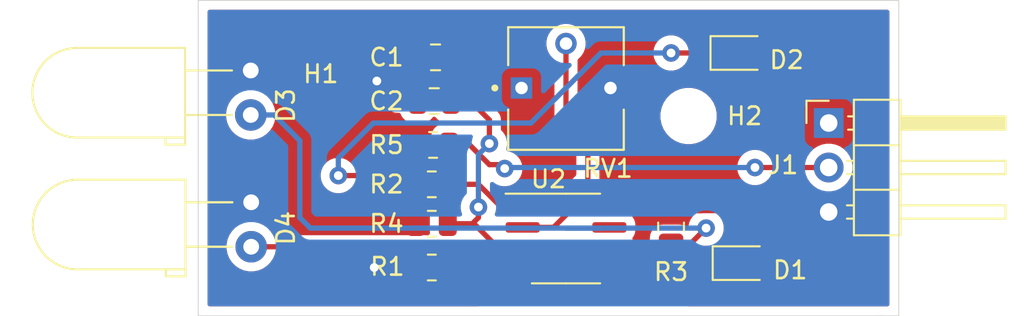
<source format=kicad_pcb>
(kicad_pcb (version 20171130) (host pcbnew 5.1.7-a382d34a8~87~ubuntu20.04.1)

  (general
    (thickness 1.6)
    (drawings 5)
    (tracks 92)
    (zones 0)
    (modules 16)
    (nets 9)
  )

  (page A4)
  (title_block
    (title "Modulo IR")
    (date 2020-11-08)
    (rev "Diego Brengi")
    (company "Carlos German Carreño Romano")
    (comment 1 "GPL License")
  )

  (layers
    (0 F.Cu signal)
    (31 B.Cu signal)
    (32 B.Adhes user)
    (33 F.Adhes user)
    (34 B.Paste user)
    (35 F.Paste user)
    (36 B.SilkS user)
    (37 F.SilkS user)
    (38 B.Mask user)
    (39 F.Mask user)
    (40 Dwgs.User user)
    (41 Cmts.User user)
    (42 Eco1.User user)
    (43 Eco2.User user)
    (44 Edge.Cuts user)
    (45 Margin user)
    (46 B.CrtYd user)
    (47 F.CrtYd user)
    (48 B.Fab user)
    (49 F.Fab user)
  )

  (setup
    (last_trace_width 0.3)
    (user_trace_width 0.3)
    (trace_clearance 0.2)
    (zone_clearance 0.508)
    (zone_45_only no)
    (trace_min 0.3)
    (via_size 1)
    (via_drill 0.5)
    (via_min_size 0.5)
    (via_min_drill 0.3)
    (user_via 1 0.5)
    (uvia_size 0.3)
    (uvia_drill 0.1)
    (uvias_allowed no)
    (uvia_min_size 0.25)
    (uvia_min_drill 0.1)
    (edge_width 0.05)
    (segment_width 0.2)
    (pcb_text_width 0.3)
    (pcb_text_size 1.5 1.5)
    (mod_edge_width 0.12)
    (mod_text_size 1 1)
    (mod_text_width 0.15)
    (pad_size 1.524 1.524)
    (pad_drill 0.762)
    (pad_to_mask_clearance 0)
    (aux_axis_origin 0 0)
    (visible_elements FFFFFF7F)
    (pcbplotparams
      (layerselection 0x010fc_ffffffff)
      (usegerberextensions false)
      (usegerberattributes true)
      (usegerberadvancedattributes true)
      (creategerberjobfile true)
      (excludeedgelayer true)
      (linewidth 0.100000)
      (plotframeref false)
      (viasonmask false)
      (mode 1)
      (useauxorigin false)
      (hpglpennumber 1)
      (hpglpenspeed 20)
      (hpglpendiameter 15.000000)
      (psnegative false)
      (psa4output false)
      (plotreference true)
      (plotvalue true)
      (plotinvisibletext false)
      (padsonsilk false)
      (subtractmaskfromsilk false)
      (outputformat 1)
      (mirror false)
      (drillshape 1)
      (scaleselection 1)
      (outputdirectory ""))
  )

  (net 0 "")
  (net 1 +5V)
  (net 2 GND)
  (net 3 "Net-(C2-Pad1)")
  (net 4 "Net-(D1-Pad1)")
  (net 5 "Net-(D2-Pad1)")
  (net 6 /D0)
  (net 7 "Net-(RV1-Pad2)")
  (net 8 "Net-(D3-Pad2)")

  (net_class Default "This is the default net class."
    (clearance 0.2)
    (trace_width 0.3)
    (via_dia 1)
    (via_drill 0.5)
    (uvia_dia 0.3)
    (uvia_drill 0.1)
    (diff_pair_width 0.3)
    (diff_pair_gap 0.4)
    (add_net +5V)
    (add_net /D0)
    (add_net GND)
    (add_net "Net-(C2-Pad1)")
    (add_net "Net-(D1-Pad1)")
    (add_net "Net-(D2-Pad1)")
    (add_net "Net-(D3-Pad2)")
    (add_net "Net-(RV1-Pad2)")
  )

  (module Diode_SMD:D_0805_2012Metric (layer F.Cu) (tedit 5F68FEF0) (tstamp 5FA6CE6F)
    (at 98.4375 91)
    (descr "Diode SMD 0805 (2012 Metric), square (rectangular) end terminal, IPC_7351 nominal, (Body size source: https://docs.google.com/spreadsheets/d/1BsfQQcO9C6DZCsRaXUlFlo91Tg2WpOkGARC1WS5S8t0/edit?usp=sharing), generated with kicad-footprint-generator")
    (tags diode)
    (path /5F9FCF9A)
    (attr smd)
    (fp_text reference D2 (at 2.6625 0.4) (layer F.SilkS)
      (effects (font (size 1 1) (thickness 0.15)))
    )
    (fp_text value LED (at 0.0625 2) (layer F.Fab)
      (effects (font (size 1 1) (thickness 0.15)))
    )
    (fp_text user %R (at 0 0) (layer F.Fab)
      (effects (font (size 0.5 0.5) (thickness 0.08)))
    )
    (fp_line (start 1 -0.6) (end -0.7 -0.6) (layer F.Fab) (width 0.1))
    (fp_line (start -0.7 -0.6) (end -1 -0.3) (layer F.Fab) (width 0.1))
    (fp_line (start -1 -0.3) (end -1 0.6) (layer F.Fab) (width 0.1))
    (fp_line (start -1 0.6) (end 1 0.6) (layer F.Fab) (width 0.1))
    (fp_line (start 1 0.6) (end 1 -0.6) (layer F.Fab) (width 0.1))
    (fp_line (start 1 -0.96) (end -1.685 -0.96) (layer F.SilkS) (width 0.12))
    (fp_line (start -1.685 -0.96) (end -1.685 0.96) (layer F.SilkS) (width 0.12))
    (fp_line (start -1.685 0.96) (end 1 0.96) (layer F.SilkS) (width 0.12))
    (fp_line (start -1.68 0.95) (end -1.68 -0.95) (layer F.CrtYd) (width 0.05))
    (fp_line (start -1.68 -0.95) (end 1.68 -0.95) (layer F.CrtYd) (width 0.05))
    (fp_line (start 1.68 -0.95) (end 1.68 0.95) (layer F.CrtYd) (width 0.05))
    (fp_line (start 1.68 0.95) (end -1.68 0.95) (layer F.CrtYd) (width 0.05))
    (pad 1 smd roundrect (at -0.9375 0) (size 0.975 1.4) (layers F.Cu F.Paste F.Mask) (roundrect_rratio 0.25)
      (net 5 "Net-(D2-Pad1)"))
    (pad 2 smd roundrect (at 0.9375 0) (size 0.975 1.4) (layers F.Cu F.Paste F.Mask) (roundrect_rratio 0.25)
      (net 1 +5V))
    (model ${KISYS3DMOD}/Diode_SMD.3dshapes/D_0805_2012Metric.wrl
      (at (xyz 0 0 0))
      (scale (xyz 1 1 1))
      (rotate (xyz 0 0 0))
    )
  )

  (module Diode_SMD:D_0805_2012Metric (layer F.Cu) (tedit 5F68FEF0) (tstamp 5FA79E10)
    (at 98.5625 103)
    (descr "Diode SMD 0805 (2012 Metric), square (rectangular) end terminal, IPC_7351 nominal, (Body size source: https://docs.google.com/spreadsheets/d/1BsfQQcO9C6DZCsRaXUlFlo91Tg2WpOkGARC1WS5S8t0/edit?usp=sharing), generated with kicad-footprint-generator")
    (tags diode)
    (path /5F9F90C6)
    (attr smd)
    (fp_text reference D1 (at 2.7375 0.4) (layer F.SilkS)
      (effects (font (size 1 1) (thickness 0.15)))
    )
    (fp_text value LED (at 0 1.65) (layer F.Fab)
      (effects (font (size 1 1) (thickness 0.15)))
    )
    (fp_text user %R (at 0 0) (layer F.Fab)
      (effects (font (size 0.5 0.5) (thickness 0.08)))
    )
    (fp_line (start 1.68 0.95) (end -1.68 0.95) (layer F.CrtYd) (width 0.05))
    (fp_line (start 1.68 -0.95) (end 1.68 0.95) (layer F.CrtYd) (width 0.05))
    (fp_line (start -1.68 -0.95) (end 1.68 -0.95) (layer F.CrtYd) (width 0.05))
    (fp_line (start -1.68 0.95) (end -1.68 -0.95) (layer F.CrtYd) (width 0.05))
    (fp_line (start -1.685 0.96) (end 1 0.96) (layer F.SilkS) (width 0.12))
    (fp_line (start -1.685 -0.96) (end -1.685 0.96) (layer F.SilkS) (width 0.12))
    (fp_line (start 1 -0.96) (end -1.685 -0.96) (layer F.SilkS) (width 0.12))
    (fp_line (start 1 0.6) (end 1 -0.6) (layer F.Fab) (width 0.1))
    (fp_line (start -1 0.6) (end 1 0.6) (layer F.Fab) (width 0.1))
    (fp_line (start -1 -0.3) (end -1 0.6) (layer F.Fab) (width 0.1))
    (fp_line (start -0.7 -0.6) (end -1 -0.3) (layer F.Fab) (width 0.1))
    (fp_line (start 1 -0.6) (end -0.7 -0.6) (layer F.Fab) (width 0.1))
    (pad 2 smd roundrect (at 0.9375 0) (size 0.975 1.4) (layers F.Cu F.Paste F.Mask) (roundrect_rratio 0.25)
      (net 1 +5V))
    (pad 1 smd roundrect (at -0.9375 0) (size 0.975 1.4) (layers F.Cu F.Paste F.Mask) (roundrect_rratio 0.25)
      (net 4 "Net-(D1-Pad1)"))
    (model ${KISYS3DMOD}/Diode_SMD.3dshapes/D_0805_2012Metric.wrl
      (at (xyz 0 0 0))
      (scale (xyz 1 1 1))
      (rotate (xyz 0 0 0))
    )
  )

  (module Fiducial:Fiducial_1mm_Mask2mm (layer F.Cu) (tedit 5C18CB26) (tstamp 5FA62DC7)
    (at 74.5 90.2)
    (descr "Circular Fiducial, 1mm bare copper, 2mm soldermask opening (Level A)")
    (tags fiducial)
    (path /5FA6F62D)
    (attr smd)
    (fp_text reference H1 (at 0 2 180) (layer F.SilkS)
      (effects (font (size 1 1) (thickness 0.15)))
    )
    (fp_text value MountingHole (at -1 4 90) (layer F.Fab)
      (effects (font (size 1 1) (thickness 0.15)))
    )
    (fp_text user %R (at 0 0) (layer F.Fab)
      (effects (font (size 0.4 0.4) (thickness 0.06)))
    )
    (fp_circle (center 0 0) (end 1 0) (layer F.Fab) (width 0.1))
    (fp_circle (center 0 0) (end 1.25 0) (layer F.CrtYd) (width 0.05))
    (pad "" smd circle (at 0 0) (size 1 1) (layers F.Cu F.Mask)
      (solder_mask_margin 0.5) (clearance 0.5))
  )

  (module Package_SO:SOIC-8_3.9x4.9mm_P1.27mm (layer F.Cu) (tedit 5D9F72B1) (tstamp 5FA795B4)
    (at 88.5 101.595)
    (descr "SOIC, 8 Pin (JEDEC MS-012AA, https://www.analog.com/media/en/package-pcb-resources/package/pkg_pdf/soic_narrow-r/r_8.pdf), generated with kicad-footprint-generator ipc_gullwing_generator.py")
    (tags "SOIC SO")
    (path /5F9F97F0)
    (attr smd)
    (fp_text reference U2 (at -1 -3.395) (layer F.SilkS)
      (effects (font (size 1 1) (thickness 0.15)))
    )
    (fp_text value LM393 (at 1.4 -3.4) (layer F.Fab)
      (effects (font (size 1 1) (thickness 0.15)))
    )
    (fp_text user %R (at 0 -0.2) (layer F.Fab)
      (effects (font (size 0.98 0.98) (thickness 0.15)))
    )
    (fp_line (start 0 2.56) (end 1.95 2.56) (layer F.SilkS) (width 0.12))
    (fp_line (start 0 2.56) (end -1.95 2.56) (layer F.SilkS) (width 0.12))
    (fp_line (start 0 -2.56) (end 1.95 -2.56) (layer F.SilkS) (width 0.12))
    (fp_line (start 0 -2.56) (end -3.45 -2.56) (layer F.SilkS) (width 0.12))
    (fp_line (start -0.975 -2.45) (end 1.95 -2.45) (layer F.Fab) (width 0.1))
    (fp_line (start 1.95 -2.45) (end 1.95 2.45) (layer F.Fab) (width 0.1))
    (fp_line (start 1.95 2.45) (end -1.95 2.45) (layer F.Fab) (width 0.1))
    (fp_line (start -1.95 2.45) (end -1.95 -1.475) (layer F.Fab) (width 0.1))
    (fp_line (start -1.95 -1.475) (end -0.975 -2.45) (layer F.Fab) (width 0.1))
    (fp_line (start -3.7 -2.7) (end -3.7 2.7) (layer F.CrtYd) (width 0.05))
    (fp_line (start -3.7 2.7) (end 3.7 2.7) (layer F.CrtYd) (width 0.05))
    (fp_line (start 3.7 2.7) (end 3.7 -2.7) (layer F.CrtYd) (width 0.05))
    (fp_line (start 3.7 -2.7) (end -3.7 -2.7) (layer F.CrtYd) (width 0.05))
    (pad 8 smd roundrect (at 2.475 -1.905) (size 1.95 0.6) (layers F.Cu F.Paste F.Mask) (roundrect_rratio 0.25))
    (pad 7 smd roundrect (at 2.475 -0.635) (size 1.95 0.6) (layers F.Cu F.Paste F.Mask) (roundrect_rratio 0.25))
    (pad 6 smd roundrect (at 2.475 0.635) (size 1.95 0.6) (layers F.Cu F.Paste F.Mask) (roundrect_rratio 0.25))
    (pad 5 smd roundrect (at 2.475 1.905) (size 1.95 0.6) (layers F.Cu F.Paste F.Mask) (roundrect_rratio 0.25))
    (pad 4 smd roundrect (at -2.475 1.905) (size 1.95 0.6) (layers F.Cu F.Paste F.Mask) (roundrect_rratio 0.25))
    (pad 3 smd roundrect (at -2.475 0.635) (size 1.95 0.6) (layers F.Cu F.Paste F.Mask) (roundrect_rratio 0.25)
      (net 3 "Net-(C2-Pad1)"))
    (pad 2 smd roundrect (at -2.475 -0.635) (size 1.95 0.6) (layers F.Cu F.Paste F.Mask) (roundrect_rratio 0.25)
      (net 7 "Net-(RV1-Pad2)"))
    (pad 1 smd roundrect (at -2.475 -1.905) (size 1.95 0.6) (layers F.Cu F.Paste F.Mask) (roundrect_rratio 0.25)
      (net 6 /D0))
    (model ${KISYS3DMOD}/Package_SO.3dshapes/SOIC-8_3.9x4.9mm_P1.27mm.wrl
      (at (xyz 0 0 0))
      (scale (xyz 1 1 1))
      (rotate (xyz 0 0 0))
    )
  )

  (module 3362P-1-103:TRIM_3362P-1-103 (layer F.Cu) (tedit 5FA5753A) (tstamp 5FA83B01)
    (at 88.5 93)
    (path /5FA0095E)
    (fp_text reference RV1 (at 2.4 4.6) (layer F.SilkS)
      (effects (font (size 1.002756 1.002756) (thickness 0.15)))
    )
    (fp_text value 20K (at 0 2.4) (layer F.Fab)
      (effects (font (size 1.002394 1.002394) (thickness 0.015)))
    )
    (fp_line (start -3.3 3.52) (end -3.3 1.235) (layer F.SilkS) (width 0.127))
    (fp_line (start -3.3 -1.305) (end -3.3 -3.47) (layer F.SilkS) (width 0.127))
    (fp_line (start -3.3 -3.47) (end 3.3 -3.47) (layer F.SilkS) (width 0.127))
    (fp_line (start 3.3 -3.47) (end 3.3 -1.305) (layer F.SilkS) (width 0.127))
    (fp_line (start 3.3 1.235) (end 3.3 3.52) (layer F.SilkS) (width 0.127))
    (fp_line (start 3.55 3.78) (end -3.55 3.78) (layer F.CrtYd) (width 0.05))
    (fp_line (start -3.55 3.78) (end -3.55 -3.72) (layer F.CrtYd) (width 0.05))
    (fp_line (start -3.55 -3.72) (end 3.55 -3.72) (layer F.CrtYd) (width 0.05))
    (fp_line (start 3.55 -3.72) (end 3.55 3.78) (layer F.CrtYd) (width 0.05))
    (fp_line (start -3.3 -3.47) (end 3.3 -3.47) (layer F.Fab) (width 0.127))
    (fp_line (start 3.3 -3.47) (end 3.3 3.53) (layer F.Fab) (width 0.127))
    (fp_line (start 3.3 3.53) (end -3.3 3.53) (layer F.Fab) (width 0.127))
    (fp_line (start -3.3 3.53) (end -3.3 -3.47) (layer F.Fab) (width 0.127))
    (fp_line (start 3.3 3.53) (end -3.3 3.53) (layer F.SilkS) (width 0.127))
    (fp_circle (center -4.064 0) (end -3.964 0) (layer F.SilkS) (width 0.2))
    (pad 1 thru_hole rect (at -2.54 0) (size 1.222 1.222) (drill 0.714) (layers *.Cu *.Mask)
      (net 1 +5V))
    (pad 2 thru_hole circle (at 0 -2.54) (size 1.222 1.222) (drill 0.714) (layers *.Cu *.Mask)
      (net 7 "Net-(RV1-Pad2)"))
    (pad 3 thru_hole circle (at 2.54 0) (size 1.222 1.222) (drill 0.714) (layers *.Cu *.Mask)
      (net 2 GND))
  )

  (module Connector_PinHeader_2.54mm:PinHeader_1x03_P2.54mm_Horizontal (layer F.Cu) (tedit 59FED5CB) (tstamp 5FA6D979)
    (at 103.5 95)
    (descr "Through hole angled pin header, 1x03, 2.54mm pitch, 6mm pin length, single row")
    (tags "Through hole angled pin header THT 1x03 2.54mm single row")
    (path /5F9FAFDC)
    (fp_text reference J1 (at -2.6 2.4) (layer F.SilkS)
      (effects (font (size 1 1) (thickness 0.15)))
    )
    (fp_text value Conn_01x03_Male (at 4.385 7.35) (layer F.Fab)
      (effects (font (size 1 1) (thickness 0.15)))
    )
    (fp_text user %R (at 2.77 2.54 90) (layer F.Fab)
      (effects (font (size 1 1) (thickness 0.15)))
    )
    (fp_line (start 10.55 -1.8) (end -1.8 -1.8) (layer F.CrtYd) (width 0.05))
    (fp_line (start 10.55 6.85) (end 10.55 -1.8) (layer F.CrtYd) (width 0.05))
    (fp_line (start -1.8 6.85) (end 10.55 6.85) (layer F.CrtYd) (width 0.05))
    (fp_line (start -1.8 -1.8) (end -1.8 6.85) (layer F.CrtYd) (width 0.05))
    (fp_line (start -1.27 -1.27) (end 0 -1.27) (layer F.SilkS) (width 0.12))
    (fp_line (start -1.27 0) (end -1.27 -1.27) (layer F.SilkS) (width 0.12))
    (fp_line (start 1.042929 5.46) (end 1.44 5.46) (layer F.SilkS) (width 0.12))
    (fp_line (start 1.042929 4.7) (end 1.44 4.7) (layer F.SilkS) (width 0.12))
    (fp_line (start 10.1 5.46) (end 4.1 5.46) (layer F.SilkS) (width 0.12))
    (fp_line (start 10.1 4.7) (end 10.1 5.46) (layer F.SilkS) (width 0.12))
    (fp_line (start 4.1 4.7) (end 10.1 4.7) (layer F.SilkS) (width 0.12))
    (fp_line (start 1.44 3.81) (end 4.1 3.81) (layer F.SilkS) (width 0.12))
    (fp_line (start 1.042929 2.92) (end 1.44 2.92) (layer F.SilkS) (width 0.12))
    (fp_line (start 1.042929 2.16) (end 1.44 2.16) (layer F.SilkS) (width 0.12))
    (fp_line (start 10.1 2.92) (end 4.1 2.92) (layer F.SilkS) (width 0.12))
    (fp_line (start 10.1 2.16) (end 10.1 2.92) (layer F.SilkS) (width 0.12))
    (fp_line (start 4.1 2.16) (end 10.1 2.16) (layer F.SilkS) (width 0.12))
    (fp_line (start 1.44 1.27) (end 4.1 1.27) (layer F.SilkS) (width 0.12))
    (fp_line (start 1.11 0.38) (end 1.44 0.38) (layer F.SilkS) (width 0.12))
    (fp_line (start 1.11 -0.38) (end 1.44 -0.38) (layer F.SilkS) (width 0.12))
    (fp_line (start 4.1 0.28) (end 10.1 0.28) (layer F.SilkS) (width 0.12))
    (fp_line (start 4.1 0.16) (end 10.1 0.16) (layer F.SilkS) (width 0.12))
    (fp_line (start 4.1 0.04) (end 10.1 0.04) (layer F.SilkS) (width 0.12))
    (fp_line (start 4.1 -0.08) (end 10.1 -0.08) (layer F.SilkS) (width 0.12))
    (fp_line (start 4.1 -0.2) (end 10.1 -0.2) (layer F.SilkS) (width 0.12))
    (fp_line (start 4.1 -0.32) (end 10.1 -0.32) (layer F.SilkS) (width 0.12))
    (fp_line (start 10.1 0.38) (end 4.1 0.38) (layer F.SilkS) (width 0.12))
    (fp_line (start 10.1 -0.38) (end 10.1 0.38) (layer F.SilkS) (width 0.12))
    (fp_line (start 4.1 -0.38) (end 10.1 -0.38) (layer F.SilkS) (width 0.12))
    (fp_line (start 4.1 -1.33) (end 1.44 -1.33) (layer F.SilkS) (width 0.12))
    (fp_line (start 4.1 6.41) (end 4.1 -1.33) (layer F.SilkS) (width 0.12))
    (fp_line (start 1.44 6.41) (end 4.1 6.41) (layer F.SilkS) (width 0.12))
    (fp_line (start 1.44 -1.33) (end 1.44 6.41) (layer F.SilkS) (width 0.12))
    (fp_line (start 4.04 5.4) (end 10.04 5.4) (layer F.Fab) (width 0.1))
    (fp_line (start 10.04 4.76) (end 10.04 5.4) (layer F.Fab) (width 0.1))
    (fp_line (start 4.04 4.76) (end 10.04 4.76) (layer F.Fab) (width 0.1))
    (fp_line (start -0.32 5.4) (end 1.5 5.4) (layer F.Fab) (width 0.1))
    (fp_line (start -0.32 4.76) (end -0.32 5.4) (layer F.Fab) (width 0.1))
    (fp_line (start -0.32 4.76) (end 1.5 4.76) (layer F.Fab) (width 0.1))
    (fp_line (start 4.04 2.86) (end 10.04 2.86) (layer F.Fab) (width 0.1))
    (fp_line (start 10.04 2.22) (end 10.04 2.86) (layer F.Fab) (width 0.1))
    (fp_line (start 4.04 2.22) (end 10.04 2.22) (layer F.Fab) (width 0.1))
    (fp_line (start -0.32 2.86) (end 1.5 2.86) (layer F.Fab) (width 0.1))
    (fp_line (start -0.32 2.22) (end -0.32 2.86) (layer F.Fab) (width 0.1))
    (fp_line (start -0.32 2.22) (end 1.5 2.22) (layer F.Fab) (width 0.1))
    (fp_line (start 4.04 0.32) (end 10.04 0.32) (layer F.Fab) (width 0.1))
    (fp_line (start 10.04 -0.32) (end 10.04 0.32) (layer F.Fab) (width 0.1))
    (fp_line (start 4.04 -0.32) (end 10.04 -0.32) (layer F.Fab) (width 0.1))
    (fp_line (start -0.32 0.32) (end 1.5 0.32) (layer F.Fab) (width 0.1))
    (fp_line (start -0.32 -0.32) (end -0.32 0.32) (layer F.Fab) (width 0.1))
    (fp_line (start -0.32 -0.32) (end 1.5 -0.32) (layer F.Fab) (width 0.1))
    (fp_line (start 1.5 -0.635) (end 2.135 -1.27) (layer F.Fab) (width 0.1))
    (fp_line (start 1.5 6.35) (end 1.5 -0.635) (layer F.Fab) (width 0.1))
    (fp_line (start 4.04 6.35) (end 1.5 6.35) (layer F.Fab) (width 0.1))
    (fp_line (start 4.04 -1.27) (end 4.04 6.35) (layer F.Fab) (width 0.1))
    (fp_line (start 2.135 -1.27) (end 4.04 -1.27) (layer F.Fab) (width 0.1))
    (pad 3 thru_hole oval (at 0 5.08) (size 1.7 1.7) (drill 1) (layers *.Cu *.Mask)
      (net 2 GND))
    (pad 2 thru_hole oval (at 0 2.54) (size 1.7 1.7) (drill 1) (layers *.Cu *.Mask)
      (net 6 /D0))
    (pad 1 thru_hole rect (at 0 0) (size 1.7 1.7) (drill 1) (layers *.Cu *.Mask)
      (net 1 +5V))
    (model ${KISYS3DMOD}/Connector_PinHeader_2.54mm.3dshapes/PinHeader_1x03_P2.54mm_Horizontal.wrl
      (at (xyz 0 0 0))
      (scale (xyz 1 1 1))
      (rotate (xyz 0 0 0))
    )
  )

  (module Capacitor_SMD:C_0805_2012Metric (layer F.Cu) (tedit 5F68FEEE) (tstamp 5FA78BA4)
    (at 81.05 91.25 180)
    (descr "Capacitor SMD 0805 (2012 Metric), square (rectangular) end terminal, IPC_7351 nominal, (Body size source: IPC-SM-782 page 76, https://www.pcb-3d.com/wordpress/wp-content/uploads/ipc-sm-782a_amendment_1_and_2.pdf, https://docs.google.com/spreadsheets/d/1BsfQQcO9C6DZCsRaXUlFlo91Tg2WpOkGARC1WS5S8t0/edit?usp=sharing), generated with kicad-footprint-generator")
    (tags capacitor)
    (path /5F9F8CCD)
    (attr smd)
    (fp_text reference C1 (at 2.8 0) (layer F.SilkS)
      (effects (font (size 1 1) (thickness 0.15)))
    )
    (fp_text value 104 (at -3.05 0) (layer F.Fab)
      (effects (font (size 1 1) (thickness 0.15)))
    )
    (fp_text user %R (at 0.024999 -0.005001) (layer F.Fab)
      (effects (font (size 0.5 0.5) (thickness 0.08)))
    )
    (fp_line (start 1.7 0.98) (end -1.7 0.98) (layer F.CrtYd) (width 0.05))
    (fp_line (start 1.7 -0.98) (end 1.7 0.98) (layer F.CrtYd) (width 0.05))
    (fp_line (start -1.7 -0.98) (end 1.7 -0.98) (layer F.CrtYd) (width 0.05))
    (fp_line (start -1.7 0.98) (end -1.7 -0.98) (layer F.CrtYd) (width 0.05))
    (fp_line (start -0.261252 0.735) (end 0.261252 0.735) (layer F.SilkS) (width 0.12))
    (fp_line (start -0.261252 -0.735) (end 0.261252 -0.735) (layer F.SilkS) (width 0.12))
    (fp_line (start 1 0.625) (end -1 0.625) (layer F.Fab) (width 0.1))
    (fp_line (start 1 -0.625) (end 1 0.625) (layer F.Fab) (width 0.1))
    (fp_line (start -1 -0.625) (end 1 -0.625) (layer F.Fab) (width 0.1))
    (fp_line (start -1 0.625) (end -1 -0.625) (layer F.Fab) (width 0.1))
    (pad 2 smd roundrect (at 0.95 0 180) (size 1 1.45) (layers F.Cu F.Paste F.Mask) (roundrect_rratio 0.25)
      (net 2 GND))
    (pad 1 smd roundrect (at -0.95 0 180) (size 1 1.45) (layers F.Cu F.Paste F.Mask) (roundrect_rratio 0.25)
      (net 1 +5V))
    (model ${KISYS3DMOD}/Capacitor_SMD.3dshapes/C_0805_2012Metric.wrl
      (at (xyz 0 0 0))
      (scale (xyz 1 1 1))
      (rotate (xyz 0 0 0))
    )
  )

  (module Capacitor_SMD:C_0805_2012Metric (layer F.Cu) (tedit 5F68FEEE) (tstamp 5FA78BB5)
    (at 80.975001 93.75 180)
    (descr "Capacitor SMD 0805 (2012 Metric), square (rectangular) end terminal, IPC_7351 nominal, (Body size source: IPC-SM-782 page 76, https://www.pcb-3d.com/wordpress/wp-content/uploads/ipc-sm-782a_amendment_1_and_2.pdf, https://docs.google.com/spreadsheets/d/1BsfQQcO9C6DZCsRaXUlFlo91Tg2WpOkGARC1WS5S8t0/edit?usp=sharing), generated with kicad-footprint-generator")
    (tags capacitor)
    (path /5F9FD5B9)
    (attr smd)
    (fp_text reference C2 (at 2.725001 0) (layer F.SilkS)
      (effects (font (size 1 1) (thickness 0.15)))
    )
    (fp_text value 104 (at -3.024999 0) (layer F.Fab)
      (effects (font (size 1 1) (thickness 0.15)))
    )
    (fp_text user %R (at 0 0) (layer F.Fab)
      (effects (font (size 0.5 0.5) (thickness 0.08)))
    )
    (fp_line (start -1 0.625) (end -1 -0.625) (layer F.Fab) (width 0.1))
    (fp_line (start -1 -0.625) (end 1 -0.625) (layer F.Fab) (width 0.1))
    (fp_line (start 1 -0.625) (end 1 0.625) (layer F.Fab) (width 0.1))
    (fp_line (start 1 0.625) (end -1 0.625) (layer F.Fab) (width 0.1))
    (fp_line (start -0.261252 -0.735) (end 0.261252 -0.735) (layer F.SilkS) (width 0.12))
    (fp_line (start -0.261252 0.735) (end 0.261252 0.735) (layer F.SilkS) (width 0.12))
    (fp_line (start -1.7 0.98) (end -1.7 -0.98) (layer F.CrtYd) (width 0.05))
    (fp_line (start -1.7 -0.98) (end 1.7 -0.98) (layer F.CrtYd) (width 0.05))
    (fp_line (start 1.7 -0.98) (end 1.7 0.98) (layer F.CrtYd) (width 0.05))
    (fp_line (start 1.7 0.98) (end -1.7 0.98) (layer F.CrtYd) (width 0.05))
    (pad 1 smd roundrect (at -0.95 0 180) (size 1 1.45) (layers F.Cu F.Paste F.Mask) (roundrect_rratio 0.25)
      (net 3 "Net-(C2-Pad1)"))
    (pad 2 smd roundrect (at 0.95 0 180) (size 1 1.45) (layers F.Cu F.Paste F.Mask) (roundrect_rratio 0.25)
      (net 2 GND))
    (model ${KISYS3DMOD}/Capacitor_SMD.3dshapes/C_0805_2012Metric.wrl
      (at (xyz 0 0 0))
      (scale (xyz 1 1 1))
      (rotate (xyz 0 0 0))
    )
  )

  (module Resistor_SMD:R_0805_2012Metric (layer F.Cu) (tedit 5F68FEEE) (tstamp 5FA78BC6)
    (at 80.8375 103.25 180)
    (descr "Resistor SMD 0805 (2012 Metric), square (rectangular) end terminal, IPC_7351 nominal, (Body size source: IPC-SM-782 page 72, https://www.pcb-3d.com/wordpress/wp-content/uploads/ipc-sm-782a_amendment_1_and_2.pdf), generated with kicad-footprint-generator")
    (tags resistor)
    (path /5FA074D2)
    (attr smd)
    (fp_text reference R1 (at 2.5375 0.05) (layer F.SilkS)
      (effects (font (size 1 1) (thickness 0.15)))
    )
    (fp_text value 1K (at -2.2625 0.05) (layer F.Fab)
      (effects (font (size 1 1) (thickness 0.15)))
    )
    (fp_text user %R (at 0 0) (layer F.Fab)
      (effects (font (size 0.5 0.5) (thickness 0.08)))
    )
    (fp_line (start -1 0.625) (end -1 -0.625) (layer F.Fab) (width 0.1))
    (fp_line (start -1 -0.625) (end 1 -0.625) (layer F.Fab) (width 0.1))
    (fp_line (start 1 -0.625) (end 1 0.625) (layer F.Fab) (width 0.1))
    (fp_line (start 1 0.625) (end -1 0.625) (layer F.Fab) (width 0.1))
    (fp_line (start -0.227064 -0.735) (end 0.227064 -0.735) (layer F.SilkS) (width 0.12))
    (fp_line (start -0.227064 0.735) (end 0.227064 0.735) (layer F.SilkS) (width 0.12))
    (fp_line (start -1.68 0.95) (end -1.68 -0.95) (layer F.CrtYd) (width 0.05))
    (fp_line (start -1.68 -0.95) (end 1.68 -0.95) (layer F.CrtYd) (width 0.05))
    (fp_line (start 1.68 -0.95) (end 1.68 0.95) (layer F.CrtYd) (width 0.05))
    (fp_line (start 1.68 0.95) (end -1.68 0.95) (layer F.CrtYd) (width 0.05))
    (pad 1 smd roundrect (at -0.9125 0 180) (size 1.025 1.4) (layers F.Cu F.Paste F.Mask) (roundrect_rratio 0.243902)
      (net 4 "Net-(D1-Pad1)"))
    (pad 2 smd roundrect (at 0.9125 0 180) (size 1.025 1.4) (layers F.Cu F.Paste F.Mask) (roundrect_rratio 0.243902)
      (net 2 GND))
    (model ${KISYS3DMOD}/Resistor_SMD.3dshapes/R_0805_2012Metric.wrl
      (at (xyz 0 0 0))
      (scale (xyz 1 1 1))
      (rotate (xyz 0 0 0))
    )
  )

  (module Resistor_SMD:R_0805_2012Metric (layer F.Cu) (tedit 5F68FEEE) (tstamp 5FA78BD7)
    (at 80.8375 98.5)
    (descr "Resistor SMD 0805 (2012 Metric), square (rectangular) end terminal, IPC_7351 nominal, (Body size source: IPC-SM-782 page 72, https://www.pcb-3d.com/wordpress/wp-content/uploads/ipc-sm-782a_amendment_1_and_2.pdf), generated with kicad-footprint-generator")
    (tags resistor)
    (path /5F9FC3E7)
    (attr smd)
    (fp_text reference R2 (at -2.5875 0) (layer F.SilkS)
      (effects (font (size 1 1) (thickness 0.15)))
    )
    (fp_text value 1K (at 2.4125 0) (layer F.Fab)
      (effects (font (size 1 1) (thickness 0.15)))
    )
    (fp_text user %R (at 0 0) (layer F.Fab)
      (effects (font (size 0.5 0.5) (thickness 0.08)))
    )
    (fp_line (start 1.68 0.95) (end -1.68 0.95) (layer F.CrtYd) (width 0.05))
    (fp_line (start 1.68 -0.95) (end 1.68 0.95) (layer F.CrtYd) (width 0.05))
    (fp_line (start -1.68 -0.95) (end 1.68 -0.95) (layer F.CrtYd) (width 0.05))
    (fp_line (start -1.68 0.95) (end -1.68 -0.95) (layer F.CrtYd) (width 0.05))
    (fp_line (start -0.227064 0.735) (end 0.227064 0.735) (layer F.SilkS) (width 0.12))
    (fp_line (start -0.227064 -0.735) (end 0.227064 -0.735) (layer F.SilkS) (width 0.12))
    (fp_line (start 1 0.625) (end -1 0.625) (layer F.Fab) (width 0.1))
    (fp_line (start 1 -0.625) (end 1 0.625) (layer F.Fab) (width 0.1))
    (fp_line (start -1 -0.625) (end 1 -0.625) (layer F.Fab) (width 0.1))
    (fp_line (start -1 0.625) (end -1 -0.625) (layer F.Fab) (width 0.1))
    (pad 2 smd roundrect (at 0.9125 0) (size 1.025 1.4) (layers F.Cu F.Paste F.Mask) (roundrect_rratio 0.243902)
      (net 6 /D0))
    (pad 1 smd roundrect (at -0.9125 0) (size 1.025 1.4) (layers F.Cu F.Paste F.Mask) (roundrect_rratio 0.243902)
      (net 5 "Net-(D2-Pad1)"))
    (model ${KISYS3DMOD}/Resistor_SMD.3dshapes/R_0805_2012Metric.wrl
      (at (xyz 0 0 0))
      (scale (xyz 1 1 1))
      (rotate (xyz 0 0 0))
    )
  )

  (module Resistor_SMD:R_0805_2012Metric (layer F.Cu) (tedit 5F68FEEE) (tstamp 5FA78BE8)
    (at 94.5 100.9125 270)
    (descr "Resistor SMD 0805 (2012 Metric), square (rectangular) end terminal, IPC_7351 nominal, (Body size source: IPC-SM-782 page 72, https://www.pcb-3d.com/wordpress/wp-content/uploads/ipc-sm-782a_amendment_1_and_2.pdf), generated with kicad-footprint-generator")
    (tags resistor)
    (path /5FA0E964)
    (attr smd)
    (fp_text reference R3 (at 2.5875 0) (layer F.SilkS)
      (effects (font (size 1 1) (thickness 0.15)))
    )
    (fp_text value 100 (at 0 1.5 90) (layer F.Fab)
      (effects (font (size 1 1) (thickness 0.15)))
    )
    (fp_text user %R (at 0 0 90) (layer F.Fab)
      (effects (font (size 0.5 0.5) (thickness 0.08)))
    )
    (fp_line (start 1.68 0.95) (end -1.68 0.95) (layer F.CrtYd) (width 0.05))
    (fp_line (start 1.68 -0.95) (end 1.68 0.95) (layer F.CrtYd) (width 0.05))
    (fp_line (start -1.68 -0.95) (end 1.68 -0.95) (layer F.CrtYd) (width 0.05))
    (fp_line (start -1.68 0.95) (end -1.68 -0.95) (layer F.CrtYd) (width 0.05))
    (fp_line (start -0.227064 0.735) (end 0.227064 0.735) (layer F.SilkS) (width 0.12))
    (fp_line (start -0.227064 -0.735) (end 0.227064 -0.735) (layer F.SilkS) (width 0.12))
    (fp_line (start 1 0.625) (end -1 0.625) (layer F.Fab) (width 0.1))
    (fp_line (start 1 -0.625) (end 1 0.625) (layer F.Fab) (width 0.1))
    (fp_line (start -1 -0.625) (end 1 -0.625) (layer F.Fab) (width 0.1))
    (fp_line (start -1 0.625) (end -1 -0.625) (layer F.Fab) (width 0.1))
    (pad 2 smd roundrect (at 0.9125 0 270) (size 1.025 1.4) (layers F.Cu F.Paste F.Mask) (roundrect_rratio 0.243902)
      (net 8 "Net-(D3-Pad2)"))
    (pad 1 smd roundrect (at -0.9125 0 270) (size 1.025 1.4) (layers F.Cu F.Paste F.Mask) (roundrect_rratio 0.243902)
      (net 1 +5V))
    (model ${KISYS3DMOD}/Resistor_SMD.3dshapes/R_0805_2012Metric.wrl
      (at (xyz 0 0 0))
      (scale (xyz 1 1 1))
      (rotate (xyz 0 0 0))
    )
  )

  (module Resistor_SMD:R_0805_2012Metric (layer F.Cu) (tedit 5F68FEEE) (tstamp 5FA78BF9)
    (at 80.8375 100.75)
    (descr "Resistor SMD 0805 (2012 Metric), square (rectangular) end terminal, IPC_7351 nominal, (Body size source: IPC-SM-782 page 72, https://www.pcb-3d.com/wordpress/wp-content/uploads/ipc-sm-782a_amendment_1_and_2.pdf), generated with kicad-footprint-generator")
    (tags resistor)
    (path /5F9FCABF)
    (attr smd)
    (fp_text reference R4 (at -2.5875 0) (layer F.SilkS)
      (effects (font (size 1 1) (thickness 0.15)))
    )
    (fp_text value 10K (at 2.6625 0) (layer F.Fab)
      (effects (font (size 1 1) (thickness 0.15)))
    )
    (fp_text user %R (at 0 0) (layer F.Fab)
      (effects (font (size 0.5 0.5) (thickness 0.08)))
    )
    (fp_line (start 1.68 0.95) (end -1.68 0.95) (layer F.CrtYd) (width 0.05))
    (fp_line (start 1.68 -0.95) (end 1.68 0.95) (layer F.CrtYd) (width 0.05))
    (fp_line (start -1.68 -0.95) (end 1.68 -0.95) (layer F.CrtYd) (width 0.05))
    (fp_line (start -1.68 0.95) (end -1.68 -0.95) (layer F.CrtYd) (width 0.05))
    (fp_line (start -0.227064 0.735) (end 0.227064 0.735) (layer F.SilkS) (width 0.12))
    (fp_line (start -0.227064 -0.735) (end 0.227064 -0.735) (layer F.SilkS) (width 0.12))
    (fp_line (start 1 0.625) (end -1 0.625) (layer F.Fab) (width 0.1))
    (fp_line (start 1 -0.625) (end 1 0.625) (layer F.Fab) (width 0.1))
    (fp_line (start -1 -0.625) (end 1 -0.625) (layer F.Fab) (width 0.1))
    (fp_line (start -1 0.625) (end -1 -0.625) (layer F.Fab) (width 0.1))
    (pad 2 smd roundrect (at 0.9125 0) (size 1.025 1.4) (layers F.Cu F.Paste F.Mask) (roundrect_rratio 0.243902)
      (net 3 "Net-(C2-Pad1)"))
    (pad 1 smd roundrect (at -0.9125 0) (size 1.025 1.4) (layers F.Cu F.Paste F.Mask) (roundrect_rratio 0.243902)
      (net 1 +5V))
    (model ${KISYS3DMOD}/Resistor_SMD.3dshapes/R_0805_2012Metric.wrl
      (at (xyz 0 0 0))
      (scale (xyz 1 1 1))
      (rotate (xyz 0 0 0))
    )
  )

  (module Resistor_SMD:R_0805_2012Metric (layer F.Cu) (tedit 5F68FEEE) (tstamp 5FA78C0A)
    (at 80.9125 96.25)
    (descr "Resistor SMD 0805 (2012 Metric), square (rectangular) end terminal, IPC_7351 nominal, (Body size source: IPC-SM-782 page 72, https://www.pcb-3d.com/wordpress/wp-content/uploads/ipc-sm-782a_amendment_1_and_2.pdf), generated with kicad-footprint-generator")
    (tags resistor)
    (path /5FA5B713)
    (attr smd)
    (fp_text reference R5 (at -2.6625 0) (layer F.SilkS)
      (effects (font (size 1 1) (thickness 0.15)))
    )
    (fp_text value 10K (at 2.8375 0) (layer F.Fab)
      (effects (font (size 1 1) (thickness 0.15)))
    )
    (fp_text user %R (at 0 0) (layer F.Fab)
      (effects (font (size 0.5 0.5) (thickness 0.08)))
    )
    (fp_line (start -1 0.625) (end -1 -0.625) (layer F.Fab) (width 0.1))
    (fp_line (start -1 -0.625) (end 1 -0.625) (layer F.Fab) (width 0.1))
    (fp_line (start 1 -0.625) (end 1 0.625) (layer F.Fab) (width 0.1))
    (fp_line (start 1 0.625) (end -1 0.625) (layer F.Fab) (width 0.1))
    (fp_line (start -0.227064 -0.735) (end 0.227064 -0.735) (layer F.SilkS) (width 0.12))
    (fp_line (start -0.227064 0.735) (end 0.227064 0.735) (layer F.SilkS) (width 0.12))
    (fp_line (start -1.68 0.95) (end -1.68 -0.95) (layer F.CrtYd) (width 0.05))
    (fp_line (start -1.68 -0.95) (end 1.68 -0.95) (layer F.CrtYd) (width 0.05))
    (fp_line (start 1.68 -0.95) (end 1.68 0.95) (layer F.CrtYd) (width 0.05))
    (fp_line (start 1.68 0.95) (end -1.68 0.95) (layer F.CrtYd) (width 0.05))
    (pad 1 smd roundrect (at -0.9125 0) (size 1.025 1.4) (layers F.Cu F.Paste F.Mask) (roundrect_rratio 0.243902)
      (net 1 +5V))
    (pad 2 smd roundrect (at 0.9125 0) (size 1.025 1.4) (layers F.Cu F.Paste F.Mask) (roundrect_rratio 0.243902)
      (net 6 /D0))
    (model ${KISYS3DMOD}/Resistor_SMD.3dshapes/R_0805_2012Metric.wrl
      (at (xyz 0 0 0))
      (scale (xyz 1 1 1))
      (rotate (xyz 0 0 0))
    )
  )

  (module LED_THT:LED_D5.0mm_Horizontal_O3.81mm_Z3.0mm (layer F.Cu) (tedit 5880A863) (tstamp 5FA79B59)
    (at 70.5 92 270)
    (descr "LED, diameter 5.0mm z-position of LED center 3.0mm, 2 pins, diameter 5.0mm z-position of LED center 3.0mm, 2 pins")
    (tags "LED diameter 5.0mm z-position of LED center 3.0mm 2 pins diameter 5.0mm z-position of LED center 3.0mm 2 pins")
    (path /5FA77C50)
    (fp_text reference D3 (at 2 -2 270) (layer F.SilkS)
      (effects (font (size 1 1) (thickness 0.15)))
    )
    (fp_text value LED (at 1.27 13.47 90) (layer F.Fab)
      (effects (font (size 1 1) (thickness 0.15)))
    )
    (fp_arc (start 1.27 9.91) (end -1.29 9.91) (angle -180) (layer F.SilkS) (width 0.12))
    (fp_arc (start 1.27 9.91) (end -1.23 9.91) (angle -180) (layer F.Fab) (width 0.1))
    (fp_line (start 4.5 -1.25) (end -1.95 -1.25) (layer F.CrtYd) (width 0.05))
    (fp_line (start 4.5 12.75) (end 4.5 -1.25) (layer F.CrtYd) (width 0.05))
    (fp_line (start -1.95 12.75) (end 4.5 12.75) (layer F.CrtYd) (width 0.05))
    (fp_line (start -1.95 -1.25) (end -1.95 12.75) (layer F.CrtYd) (width 0.05))
    (fp_line (start 2.54 1.08) (end 2.54 1.08) (layer F.SilkS) (width 0.12))
    (fp_line (start 2.54 3.75) (end 2.54 1.08) (layer F.SilkS) (width 0.12))
    (fp_line (start 2.54 3.75) (end 2.54 3.75) (layer F.SilkS) (width 0.12))
    (fp_line (start 2.54 1.08) (end 2.54 3.75) (layer F.SilkS) (width 0.12))
    (fp_line (start 0 1.08) (end 0 1.08) (layer F.SilkS) (width 0.12))
    (fp_line (start 0 3.75) (end 0 1.08) (layer F.SilkS) (width 0.12))
    (fp_line (start 0 3.75) (end 0 3.75) (layer F.SilkS) (width 0.12))
    (fp_line (start 0 1.08) (end 0 3.75) (layer F.SilkS) (width 0.12))
    (fp_line (start 3.83 3.75) (end 4.23 3.75) (layer F.SilkS) (width 0.12))
    (fp_line (start 3.83 4.87) (end 3.83 3.75) (layer F.SilkS) (width 0.12))
    (fp_line (start 4.23 4.87) (end 3.83 4.87) (layer F.SilkS) (width 0.12))
    (fp_line (start 4.23 3.75) (end 4.23 4.87) (layer F.SilkS) (width 0.12))
    (fp_line (start -1.29 3.75) (end 3.83 3.75) (layer F.SilkS) (width 0.12))
    (fp_line (start 3.83 3.75) (end 3.83 9.91) (layer F.SilkS) (width 0.12))
    (fp_line (start -1.29 3.75) (end -1.29 9.91) (layer F.SilkS) (width 0.12))
    (fp_line (start 2.54 0) (end 2.54 0) (layer F.Fab) (width 0.1))
    (fp_line (start 2.54 3.81) (end 2.54 0) (layer F.Fab) (width 0.1))
    (fp_line (start 2.54 3.81) (end 2.54 3.81) (layer F.Fab) (width 0.1))
    (fp_line (start 2.54 0) (end 2.54 3.81) (layer F.Fab) (width 0.1))
    (fp_line (start 0 0) (end 0 0) (layer F.Fab) (width 0.1))
    (fp_line (start 0 3.81) (end 0 0) (layer F.Fab) (width 0.1))
    (fp_line (start 0 3.81) (end 0 3.81) (layer F.Fab) (width 0.1))
    (fp_line (start 0 0) (end 0 3.81) (layer F.Fab) (width 0.1))
    (fp_line (start 3.77 3.81) (end 4.17 3.81) (layer F.Fab) (width 0.1))
    (fp_line (start 3.77 4.81) (end 3.77 3.81) (layer F.Fab) (width 0.1))
    (fp_line (start 4.17 4.81) (end 3.77 4.81) (layer F.Fab) (width 0.1))
    (fp_line (start 4.17 3.81) (end 4.17 4.81) (layer F.Fab) (width 0.1))
    (fp_line (start -1.23 3.81) (end 3.77 3.81) (layer F.Fab) (width 0.1))
    (fp_line (start 3.77 3.81) (end 3.77 9.91) (layer F.Fab) (width 0.1))
    (fp_line (start -1.23 3.81) (end -1.23 9.91) (layer F.Fab) (width 0.1))
    (pad 2 thru_hole circle (at 2.54 0 270) (size 1.8 1.8) (drill 0.9) (layers *.Cu *.Mask)
      (net 8 "Net-(D3-Pad2)"))
    (pad 1 thru_hole rect (at 0 0 270) (size 1.8 1.8) (drill 0.9) (layers *.Cu *.Mask)
      (net 2 GND))
    (model ${KISYS3DMOD}/LED_THT.3dshapes/LED_D5.0mm_Horizontal_O3.81mm_Z3.0mm.wrl
      (at (xyz 0 0 0))
      (scale (xyz 1 1 1))
      (rotate (xyz 0 0 0))
    )
  )

  (module LED_THT:LED_D5.0mm_Horizontal_O3.81mm_Z3.0mm (layer F.Cu) (tedit 5880A863) (tstamp 5FA79C67)
    (at 70.524999 99.525001 270)
    (descr "LED, diameter 5.0mm z-position of LED center 3.0mm, 2 pins, diameter 5.0mm z-position of LED center 3.0mm, 2 pins")
    (tags "LED diameter 5.0mm z-position of LED center 3.0mm 2 pins diameter 5.0mm z-position of LED center 3.0mm 2 pins")
    (path /5FA791C5)
    (fp_text reference D4 (at 1.474999 -1.975001 270) (layer F.SilkS)
      (effects (font (size 1 1) (thickness 0.15)))
    )
    (fp_text value D_Photo (at 1.27 13.47 90) (layer F.Fab)
      (effects (font (size 1 1) (thickness 0.15)))
    )
    (fp_arc (start 1.27 9.91) (end -1.29 9.91) (angle -180) (layer F.SilkS) (width 0.12))
    (fp_arc (start 1.27 9.91) (end -1.23 9.91) (angle -180) (layer F.Fab) (width 0.1))
    (fp_line (start 4.5 -1.25) (end -1.95 -1.25) (layer F.CrtYd) (width 0.05))
    (fp_line (start 4.5 12.75) (end 4.5 -1.25) (layer F.CrtYd) (width 0.05))
    (fp_line (start -1.95 12.75) (end 4.5 12.75) (layer F.CrtYd) (width 0.05))
    (fp_line (start -1.95 -1.25) (end -1.95 12.75) (layer F.CrtYd) (width 0.05))
    (fp_line (start 2.54 1.08) (end 2.54 1.08) (layer F.SilkS) (width 0.12))
    (fp_line (start 2.54 3.75) (end 2.54 1.08) (layer F.SilkS) (width 0.12))
    (fp_line (start 2.54 3.75) (end 2.54 3.75) (layer F.SilkS) (width 0.12))
    (fp_line (start 2.54 1.08) (end 2.54 3.75) (layer F.SilkS) (width 0.12))
    (fp_line (start 0 1.08) (end 0 1.08) (layer F.SilkS) (width 0.12))
    (fp_line (start 0 3.75) (end 0 1.08) (layer F.SilkS) (width 0.12))
    (fp_line (start 0 3.75) (end 0 3.75) (layer F.SilkS) (width 0.12))
    (fp_line (start 0 1.08) (end 0 3.75) (layer F.SilkS) (width 0.12))
    (fp_line (start 3.83 3.75) (end 4.23 3.75) (layer F.SilkS) (width 0.12))
    (fp_line (start 3.83 4.87) (end 3.83 3.75) (layer F.SilkS) (width 0.12))
    (fp_line (start 4.23 4.87) (end 3.83 4.87) (layer F.SilkS) (width 0.12))
    (fp_line (start 4.23 3.75) (end 4.23 4.87) (layer F.SilkS) (width 0.12))
    (fp_line (start -1.29 3.75) (end 3.83 3.75) (layer F.SilkS) (width 0.12))
    (fp_line (start 3.83 3.75) (end 3.83 9.91) (layer F.SilkS) (width 0.12))
    (fp_line (start -1.29 3.75) (end -1.29 9.91) (layer F.SilkS) (width 0.12))
    (fp_line (start 2.54 0) (end 2.54 0) (layer F.Fab) (width 0.1))
    (fp_line (start 2.54 3.81) (end 2.54 0) (layer F.Fab) (width 0.1))
    (fp_line (start 2.54 3.81) (end 2.54 3.81) (layer F.Fab) (width 0.1))
    (fp_line (start 2.54 0) (end 2.54 3.81) (layer F.Fab) (width 0.1))
    (fp_line (start 0 0) (end 0 0) (layer F.Fab) (width 0.1))
    (fp_line (start 0 3.81) (end 0 0) (layer F.Fab) (width 0.1))
    (fp_line (start 0 3.81) (end 0 3.81) (layer F.Fab) (width 0.1))
    (fp_line (start 0 0) (end 0 3.81) (layer F.Fab) (width 0.1))
    (fp_line (start 3.77 3.81) (end 4.17 3.81) (layer F.Fab) (width 0.1))
    (fp_line (start 3.77 4.81) (end 3.77 3.81) (layer F.Fab) (width 0.1))
    (fp_line (start 4.17 4.81) (end 3.77 4.81) (layer F.Fab) (width 0.1))
    (fp_line (start 4.17 3.81) (end 4.17 4.81) (layer F.Fab) (width 0.1))
    (fp_line (start -1.23 3.81) (end 3.77 3.81) (layer F.Fab) (width 0.1))
    (fp_line (start 3.77 3.81) (end 3.77 9.91) (layer F.Fab) (width 0.1))
    (fp_line (start -1.23 3.81) (end -1.23 9.91) (layer F.Fab) (width 0.1))
    (pad 2 thru_hole circle (at 2.54 0 270) (size 1.8 1.8) (drill 0.9) (layers *.Cu *.Mask)
      (net 3 "Net-(C2-Pad1)"))
    (pad 1 thru_hole rect (at 0 0 270) (size 1.8 1.8) (drill 0.9) (layers *.Cu *.Mask)
      (net 2 GND))
    (model ${KISYS3DMOD}/LED_THT.3dshapes/LED_D5.0mm_Horizontal_O3.81mm_Z3.0mm.wrl
      (at (xyz 0 0 0))
      (scale (xyz 1 1 1))
      (rotate (xyz 0 0 0))
    )
  )

  (module MountingHole:MountingHole_2.2mm_M2 (layer F.Cu) (tedit 56D1B4CB) (tstamp 5FA8395C)
    (at 95.5 94.6)
    (descr "Mounting Hole 2.2mm, no annular, M2")
    (tags "mounting hole 2.2mm no annular m2")
    (path /5FA70E47)
    (attr virtual)
    (fp_text reference H2 (at 3.2 0) (layer F.SilkS)
      (effects (font (size 1 1) (thickness 0.15)))
    )
    (fp_text value MountingHole (at 0 3.2) (layer F.Fab)
      (effects (font (size 1 1) (thickness 0.15)))
    )
    (fp_text user %R (at 0.3 0) (layer F.Fab)
      (effects (font (size 1 1) (thickness 0.15)))
    )
    (fp_circle (center 0 0) (end 2.2 0) (layer Cmts.User) (width 0.15))
    (fp_circle (center 0 0) (end 2.45 0) (layer F.CrtYd) (width 0.05))
    (pad 1 np_thru_hole circle (at 0 0) (size 2.2 2.2) (drill 2.2) (layers *.Cu *.Mask))
  )

  (gr_line (start 107.5 88) (end 67.5 88) (layer Edge.Cuts) (width 0.05) (tstamp 5FA79661))
  (gr_line (start 107.5 106) (end 107.5 88) (layer Edge.Cuts) (width 0.05))
  (gr_line (start 106.5 106) (end 107.5 106) (layer Edge.Cuts) (width 0.05))
  (gr_line (start 67.5 106) (end 106.5 106) (layer Edge.Cuts) (width 0.05))
  (gr_line (start 67.5 88) (end 67.5 106) (layer Edge.Cuts) (width 0.05))

  (segment (start 99.375 93.875) (end 99.375 91) (width 0.3) (layer F.Cu) (net 1) (status 20))
  (segment (start 100.5 95) (end 99.375 93.875) (width 0.3) (layer F.Cu) (net 1))
  (segment (start 103.5 95) (end 100.5 95) (width 0.3) (layer F.Cu) (net 1) (status 10))
  (segment (start 103.5 95) (end 104.5 95) (width 0.3) (layer F.Cu) (net 1) (status 10))
  (segment (start 103.5 95) (end 105.5 95) (width 0.3) (layer F.Cu) (net 1) (status 10))
  (segment (start 105.5 95) (end 106.5 96) (width 0.3) (layer F.Cu) (net 1))
  (segment (start 106.5 96) (end 106.5 102) (width 0.3) (layer F.Cu) (net 1))
  (segment (start 106.5 102) (end 105.5 103) (width 0.3) (layer F.Cu) (net 1))
  (segment (start 105.5 103) (end 99.5 103) (width 0.3) (layer F.Cu) (net 1) (status 20))
  (segment (start 85.96 93) (end 85 93) (width 0.3) (layer F.Cu) (net 1) (status 10))
  (segment (start 85 93) (end 83.25 91.25) (width 0.3) (layer F.Cu) (net 1))
  (segment (start 83.25 91.25) (end 82 91.25) (width 0.3) (layer F.Cu) (net 1) (status 20))
  (segment (start 99.5 103) (end 99.5 102) (width 0.3) (layer F.Cu) (net 1) (status 10))
  (segment (start 99.5 102) (end 97.5 100) (width 0.3) (layer F.Cu) (net 1))
  (segment (start 96.25 100) (end 94.5 100) (width 0.3) (layer F.Cu) (net 1) (status 20))
  (segment (start 97.5 100) (end 96.25 100) (width 0.3) (layer F.Cu) (net 1))
  (segment (start 96.25 100) (end 95.5 100) (width 0.3) (layer F.Cu) (net 1))
  (segment (start 80.1 91.25) (end 79.45 91.25) (width 0.3) (layer F.Cu) (net 2))
  (segment (start 79.925 103.25) (end 77.55 103.25) (width 0.3) (layer F.Cu) (net 2))
  (via (at 77.55 103.25) (size 1) (drill 0.5) (layers F.Cu B.Cu) (net 2))
  (segment (start 79.05 91.25) (end 77.7 92.6) (width 0.3) (layer F.Cu) (net 2))
  (segment (start 79.45 91.25) (end 79.05 91.25) (width 0.3) (layer F.Cu) (net 2))
  (segment (start 77.7 92.6) (end 77.7 92.6) (width 0.3) (layer F.Cu) (net 2) (tstamp 5FA845BA))
  (via (at 77.7 92.6) (size 1) (drill 0.5) (layers F.Cu B.Cu) (net 2))
  (segment (start 78.85 93.75) (end 77.7 92.6) (width 0.3) (layer F.Cu) (net 2))
  (segment (start 80.025001 93.75) (end 78.85 93.75) (width 0.3) (layer F.Cu) (net 2))
  (segment (start 83.25 100.75) (end 81.75 100.75) (width 0.3) (layer F.Cu) (net 3) (status 20))
  (segment (start 84 101.5) (end 83.25 100.75) (width 0.3) (layer F.Cu) (net 3))
  (segment (start 84.73 102.23) (end 84 101.5) (width 0.3) (layer F.Cu) (net 3))
  (segment (start 81.925001 93.75) (end 82.75 93.75) (width 0.3) (layer F.Cu) (net 3))
  (segment (start 84.565001 102.065001) (end 84.73 102.23) (width 0.3) (layer F.Cu) (net 3))
  (segment (start 70.524999 102.065001) (end 84.565001 102.065001) (width 0.3) (layer F.Cu) (net 3))
  (segment (start 86.025 102.23) (end 84.73 102.23) (width 0.3) (layer F.Cu) (net 3) (status 10))
  (segment (start 83.25 100.75) (end 83.25 100.65) (width 0.3) (layer F.Cu) (net 3))
  (segment (start 83.25 100.65) (end 83.5 100.4) (width 0.3) (layer F.Cu) (net 3))
  (via (at 83.5 99.8) (size 1) (drill 0.5) (layers F.Cu B.Cu) (net 3))
  (segment (start 83.5 100.4) (end 83.5 99.8) (width 0.3) (layer F.Cu) (net 3))
  (segment (start 83.5 99.8) (end 83.5 96.8) (width 0.3) (layer B.Cu) (net 3))
  (via (at 84.126041 96.173959) (size 1) (drill 0.5) (layers F.Cu B.Cu) (net 3))
  (segment (start 83.5 96.8) (end 84.126041 96.173959) (width 0.3) (layer B.Cu) (net 3))
  (segment (start 84.126041 96.173959) (end 84.126041 94.826041) (width 0.3) (layer F.Cu) (net 3))
  (segment (start 83.05 93.75) (end 82.75 93.75) (width 0.3) (layer F.Cu) (net 3))
  (segment (start 84.126041 94.826041) (end 83.05 93.75) (width 0.3) (layer F.Cu) (net 3))
  (segment (start 97.625 103) (end 96.75 103) (width 0.3) (layer F.Cu) (net 4) (status 10))
  (segment (start 96.75 103) (end 95 104.75) (width 0.3) (layer F.Cu) (net 4))
  (segment (start 81.75 103.25) (end 82.5 103.25) (width 0.3) (layer F.Cu) (net 4) (status 10))
  (segment (start 84 104.75) (end 95 104.75) (width 0.3) (layer F.Cu) (net 4))
  (segment (start 82.5 103.25) (end 84 104.75) (width 0.3) (layer F.Cu) (net 4))
  (segment (start 97.5 91) (end 94.5 91) (width 0.3) (layer F.Cu) (net 5) (status 10))
  (via (at 94.5 91) (size 1) (drill 0.5) (layers F.Cu B.Cu) (net 5))
  (via (at 75.5 98) (size 1) (drill 0.5) (layers F.Cu B.Cu) (net 5))
  (segment (start 79.925 98.5) (end 78 98.5) (width 0.3) (layer F.Cu) (net 5) (status 10))
  (segment (start 78 98.5) (end 77.5 98) (width 0.3) (layer F.Cu) (net 5))
  (segment (start 75.5 98) (end 77.5 98) (width 0.3) (layer F.Cu) (net 5))
  (segment (start 86.5 95) (end 90.5 91) (width 0.3) (layer B.Cu) (net 5))
  (segment (start 77.5 95) (end 86.5 95) (width 0.3) (layer B.Cu) (net 5))
  (segment (start 75.5 97) (end 77.5 95) (width 0.3) (layer B.Cu) (net 5))
  (segment (start 90.5 91) (end 94.5 91) (width 0.3) (layer B.Cu) (net 5))
  (segment (start 75.5 98) (end 75.5 97) (width 0.3) (layer B.Cu) (net 5))
  (segment (start 81.825 96.25) (end 83 96.25) (width 0.3) (layer F.Cu) (net 6) (status 10))
  (segment (start 83 98.5) (end 81.75 98.5) (width 0.3) (layer F.Cu) (net 6) (status 20))
  (via (at 85 97.6) (size 1) (drill 0.5) (layers F.Cu B.Cu) (net 6))
  (segment (start 84.125 97.375) (end 83 96.25) (width 0.3) (layer F.Cu) (net 6))
  (segment (start 86.025 99.69) (end 84.69 99.69) (width 0.3) (layer F.Cu) (net 6))
  (segment (start 84.69 99.69) (end 83.5 98.5) (width 0.3) (layer F.Cu) (net 6))
  (segment (start 83.5 98.5) (end 83 98.5) (width 0.3) (layer F.Cu) (net 6))
  (segment (start 84.775 97.375) (end 85 97.6) (width 0.3) (layer F.Cu) (net 6))
  (segment (start 84.125 97.375) (end 84.775 97.375) (width 0.3) (layer F.Cu) (net 6))
  (via (at 99.29 97.54) (size 1) (drill 0.5) (layers F.Cu B.Cu) (net 6))
  (segment (start 103.5 97.54) (end 99.29 97.54) (width 0.3) (layer F.Cu) (net 6) (status 10))
  (segment (start 85.06 97.54) (end 85 97.6) (width 0.3) (layer B.Cu) (net 6))
  (segment (start 99.29 97.54) (end 87.54 97.54) (width 0.3) (layer B.Cu) (net 6))
  (segment (start 87.54 97.54) (end 85.06 97.54) (width 0.3) (layer B.Cu) (net 6))
  (segment (start 81.825 98.425) (end 81.75 98.5) (width 0.3) (layer F.Cu) (net 6))
  (segment (start 81.825 96.25) (end 81.825 98.425) (width 0.3) (layer F.Cu) (net 6))
  (segment (start 88.5 90.46) (end 88.5 95.25) (width 0.3) (layer F.Cu) (net 7) (status 10))
  (segment (start 88.5 95.25) (end 89.75 96.5) (width 0.3) (layer F.Cu) (net 7))
  (segment (start 89.75 96.5) (end 89.75 98.25) (width 0.3) (layer F.Cu) (net 7))
  (segment (start 89.75 98.25) (end 88.5 99.5) (width 0.3) (layer F.Cu) (net 7))
  (segment (start 88.5 99.5) (end 88.5 100.25) (width 0.3) (layer F.Cu) (net 7))
  (segment (start 87.79 100.96) (end 86.025 100.96) (width 0.3) (layer F.Cu) (net 7) (status 20))
  (segment (start 88.5 100.25) (end 87.79 100.96) (width 0.3) (layer F.Cu) (net 7))
  (segment (start 94.5 101.825) (end 95.675 101.825) (width 0.3) (layer F.Cu) (net 8) (status 10))
  (segment (start 95.675 101.825) (end 96.5 101) (width 0.3) (layer F.Cu) (net 8))
  (via (at 96.5 101) (size 1) (drill 0.5) (layers F.Cu B.Cu) (net 8))
  (segment (start 70.5 94.54) (end 71.84 94.54) (width 0.3) (layer B.Cu) (net 8))
  (segment (start 71.84 94.54) (end 73.3 96) (width 0.3) (layer B.Cu) (net 8))
  (segment (start 73.3 96) (end 73.3 100.4) (width 0.3) (layer B.Cu) (net 8))
  (segment (start 73.9 101) (end 90.5 101) (width 0.3) (layer B.Cu) (net 8))
  (segment (start 73.3 100.4) (end 73.9 101) (width 0.3) (layer B.Cu) (net 8))
  (segment (start 90.5 101) (end 88.5 101) (width 0.3) (layer B.Cu) (net 8))
  (segment (start 96.5 101) (end 90.5 101) (width 0.3) (layer B.Cu) (net 8))

  (zone (net 1) (net_name +5V) (layer F.Cu) (tstamp 0) (hatch edge 0.508)
    (connect_pads yes (clearance 0.508))
    (min_thickness 0.254)
    (fill yes (arc_segments 32) (thermal_gap 0.508) (thermal_bridge_width 0.508))
    (polygon
      (pts
        (xy 107 105.5) (xy 68 105.5) (xy 68 88.5) (xy 107 88.5)
      )
    )
    (filled_polygon
      (pts
        (xy 106.84 105.34) (xy 95.518485 105.34) (xy 95.557764 105.307764) (xy 95.582347 105.27781) (xy 96.770152 104.090005)
        (xy 96.891336 104.189458) (xy 97.043791 104.270947) (xy 97.209215 104.321128) (xy 97.38125 104.338072) (xy 97.86875 104.338072)
        (xy 98.040785 104.321128) (xy 98.206209 104.270947) (xy 98.358664 104.189458) (xy 98.492292 104.079792) (xy 98.601958 103.946164)
        (xy 98.683447 103.793709) (xy 98.733628 103.628285) (xy 98.750572 103.45625) (xy 98.750572 102.54375) (xy 98.733628 102.371715)
        (xy 98.683447 102.206291) (xy 98.601958 102.053836) (xy 98.492292 101.920208) (xy 98.358664 101.810542) (xy 98.206209 101.729053)
        (xy 98.040785 101.678872) (xy 97.86875 101.661928) (xy 97.422767 101.661928) (xy 97.505824 101.537624) (xy 97.591383 101.331067)
        (xy 97.635 101.111788) (xy 97.635 100.888212) (xy 97.591383 100.668933) (xy 97.505824 100.462376) (xy 97.381612 100.27648)
        (xy 97.22352 100.118388) (xy 97.037624 99.994176) (xy 96.831067 99.908617) (xy 96.611788 99.865) (xy 96.388212 99.865)
        (xy 96.168933 99.908617) (xy 95.962376 99.994176) (xy 95.77648 100.118388) (xy 95.618388 100.27648) (xy 95.494176 100.462376)
        (xy 95.408617 100.668933) (xy 95.384061 100.792385) (xy 95.289851 100.742028) (xy 95.123255 100.691492) (xy 94.950001 100.674428)
        (xy 94.049999 100.674428) (xy 93.876745 100.691492) (xy 93.710149 100.742028) (xy 93.556613 100.824095) (xy 93.422038 100.934538)
        (xy 93.311595 101.069113) (xy 93.229528 101.222649) (xy 93.178992 101.389245) (xy 93.161928 101.562499) (xy 93.161928 102.087501)
        (xy 93.178992 102.260755) (xy 93.229528 102.427351) (xy 93.311595 102.580887) (xy 93.422038 102.715462) (xy 93.556613 102.825905)
        (xy 93.710149 102.907972) (xy 93.876745 102.958508) (xy 94.049999 102.975572) (xy 94.950001 102.975572) (xy 95.123255 102.958508)
        (xy 95.289851 102.907972) (xy 95.443387 102.825905) (xy 95.577962 102.715462) (xy 95.662414 102.612557) (xy 95.675 102.613797)
        (xy 95.713553 102.61) (xy 95.713561 102.61) (xy 95.828887 102.598641) (xy 95.97686 102.553754) (xy 96.113233 102.480862)
        (xy 96.232764 102.382764) (xy 96.257347 102.35281) (xy 96.475157 102.135) (xy 96.604659 102.135) (xy 96.566553 102.206291)
        (xy 96.556853 102.238268) (xy 96.474555 102.263233) (xy 96.44814 102.271246) (xy 96.311767 102.344138) (xy 96.192236 102.442236)
        (xy 96.167653 102.47219) (xy 94.674843 103.965) (xy 92.520912 103.965) (xy 92.528084 103.951582) (xy 92.572929 103.803745)
        (xy 92.588072 103.65) (xy 92.588072 103.35) (xy 92.572929 103.196255) (xy 92.528084 103.048418) (xy 92.455258 102.912171)
        (xy 92.416546 102.865) (xy 92.455258 102.817829) (xy 92.528084 102.681582) (xy 92.572929 102.533745) (xy 92.588072 102.38)
        (xy 92.588072 102.08) (xy 92.572929 101.926255) (xy 92.528084 101.778418) (xy 92.455258 101.642171) (xy 92.416546 101.595)
        (xy 92.455258 101.547829) (xy 92.528084 101.411582) (xy 92.572929 101.263745) (xy 92.588072 101.11) (xy 92.588072 100.81)
        (xy 92.572929 100.656255) (xy 92.528084 100.508418) (xy 92.455258 100.372171) (xy 92.416546 100.325) (xy 92.455258 100.277829)
        (xy 92.528084 100.141582) (xy 92.572929 99.993745) (xy 92.588072 99.84) (xy 92.588072 99.54) (xy 92.572929 99.386255)
        (xy 92.528084 99.238418) (xy 92.455258 99.102171) (xy 92.357251 98.982749) (xy 92.237829 98.884742) (xy 92.101582 98.811916)
        (xy 91.953745 98.767071) (xy 91.8 98.751928) (xy 90.353588 98.751928) (xy 90.367481 98.735) (xy 90.405862 98.688233)
        (xy 90.478754 98.55186) (xy 90.480585 98.545824) (xy 90.523642 98.403887) (xy 90.53369 98.301859) (xy 90.535 98.288561)
        (xy 90.535 98.288556) (xy 90.538797 98.25) (xy 90.535 98.211445) (xy 90.535 97.428212) (xy 98.155 97.428212)
        (xy 98.155 97.651788) (xy 98.198617 97.871067) (xy 98.284176 98.077624) (xy 98.408388 98.26352) (xy 98.56648 98.421612)
        (xy 98.752376 98.545824) (xy 98.958933 98.631383) (xy 99.178212 98.675) (xy 99.401788 98.675) (xy 99.621067 98.631383)
        (xy 99.827624 98.545824) (xy 100.01352 98.421612) (xy 100.110132 98.325) (xy 102.238526 98.325) (xy 102.346525 98.486632)
        (xy 102.553368 98.693475) (xy 102.72776 98.81) (xy 102.553368 98.926525) (xy 102.346525 99.133368) (xy 102.18401 99.376589)
        (xy 102.072068 99.646842) (xy 102.015 99.93374) (xy 102.015 100.22626) (xy 102.072068 100.513158) (xy 102.18401 100.783411)
        (xy 102.346525 101.026632) (xy 102.553368 101.233475) (xy 102.796589 101.39599) (xy 103.066842 101.507932) (xy 103.35374 101.565)
        (xy 103.64626 101.565) (xy 103.933158 101.507932) (xy 104.203411 101.39599) (xy 104.446632 101.233475) (xy 104.653475 101.026632)
        (xy 104.81599 100.783411) (xy 104.927932 100.513158) (xy 104.985 100.22626) (xy 104.985 99.93374) (xy 104.927932 99.646842)
        (xy 104.81599 99.376589) (xy 104.653475 99.133368) (xy 104.446632 98.926525) (xy 104.27224 98.81) (xy 104.446632 98.693475)
        (xy 104.653475 98.486632) (xy 104.81599 98.243411) (xy 104.927932 97.973158) (xy 104.985 97.68626) (xy 104.985 97.39374)
        (xy 104.927932 97.106842) (xy 104.81599 96.836589) (xy 104.653475 96.593368) (xy 104.446632 96.386525) (xy 104.203411 96.22401)
        (xy 103.933158 96.112068) (xy 103.64626 96.055) (xy 103.35374 96.055) (xy 103.066842 96.112068) (xy 102.796589 96.22401)
        (xy 102.553368 96.386525) (xy 102.346525 96.593368) (xy 102.238526 96.755) (xy 100.110132 96.755) (xy 100.01352 96.658388)
        (xy 99.827624 96.534176) (xy 99.621067 96.448617) (xy 99.401788 96.405) (xy 99.178212 96.405) (xy 98.958933 96.448617)
        (xy 98.752376 96.534176) (xy 98.56648 96.658388) (xy 98.408388 96.81648) (xy 98.284176 97.002376) (xy 98.198617 97.208933)
        (xy 98.155 97.428212) (xy 90.535 97.428212) (xy 90.535 96.538555) (xy 90.538797 96.5) (xy 90.535 96.46144)
        (xy 90.535 96.461439) (xy 90.529441 96.405) (xy 90.523642 96.346113) (xy 90.478754 96.19814) (xy 90.446361 96.137537)
        (xy 90.405862 96.061767) (xy 90.307764 95.942236) (xy 90.277817 95.917659) (xy 89.285 94.924843) (xy 89.285 94.429117)
        (xy 93.765 94.429117) (xy 93.765 94.770883) (xy 93.831675 95.106081) (xy 93.962463 95.421831) (xy 94.152337 95.705998)
        (xy 94.394002 95.947663) (xy 94.678169 96.137537) (xy 94.993919 96.268325) (xy 95.329117 96.335) (xy 95.670883 96.335)
        (xy 96.006081 96.268325) (xy 96.321831 96.137537) (xy 96.605998 95.947663) (xy 96.847663 95.705998) (xy 97.037537 95.421831)
        (xy 97.168325 95.106081) (xy 97.235 94.770883) (xy 97.235 94.429117) (xy 97.168325 94.093919) (xy 97.037537 93.778169)
        (xy 96.847663 93.494002) (xy 96.605998 93.252337) (xy 96.321831 93.062463) (xy 96.006081 92.931675) (xy 95.670883 92.865)
        (xy 95.329117 92.865) (xy 94.993919 92.931675) (xy 94.678169 93.062463) (xy 94.394002 93.252337) (xy 94.152337 93.494002)
        (xy 93.962463 93.778169) (xy 93.831675 94.093919) (xy 93.765 94.429117) (xy 89.285 94.429117) (xy 89.285 92.87728)
        (xy 89.794 92.87728) (xy 89.794 93.12272) (xy 89.841883 93.363445) (xy 89.935809 93.590202) (xy 90.072168 93.794279)
        (xy 90.245721 93.967832) (xy 90.449798 94.104191) (xy 90.676555 94.198117) (xy 90.91728 94.246) (xy 91.16272 94.246)
        (xy 91.403445 94.198117) (xy 91.630202 94.104191) (xy 91.834279 93.967832) (xy 92.007832 93.794279) (xy 92.144191 93.590202)
        (xy 92.238117 93.363445) (xy 92.286 93.12272) (xy 92.286 92.87728) (xy 92.238117 92.636555) (xy 92.144191 92.409798)
        (xy 92.007832 92.205721) (xy 91.834279 92.032168) (xy 91.630202 91.895809) (xy 91.403445 91.801883) (xy 91.16272 91.754)
        (xy 90.91728 91.754) (xy 90.676555 91.801883) (xy 90.449798 91.895809) (xy 90.245721 92.032168) (xy 90.072168 92.205721)
        (xy 89.935809 92.409798) (xy 89.841883 92.636555) (xy 89.794 92.87728) (xy 89.285 92.87728) (xy 89.285 91.434032)
        (xy 89.294279 91.427832) (xy 89.467832 91.254279) (xy 89.604191 91.050202) (xy 89.671289 90.888212) (xy 93.365 90.888212)
        (xy 93.365 91.111788) (xy 93.408617 91.331067) (xy 93.494176 91.537624) (xy 93.618388 91.72352) (xy 93.77648 91.881612)
        (xy 93.962376 92.005824) (xy 94.168933 92.091383) (xy 94.388212 92.135) (xy 94.611788 92.135) (xy 94.831067 92.091383)
        (xy 95.037624 92.005824) (xy 95.22352 91.881612) (xy 95.320132 91.785) (xy 96.438911 91.785) (xy 96.441553 91.793709)
        (xy 96.523042 91.946164) (xy 96.632708 92.079792) (xy 96.766336 92.189458) (xy 96.918791 92.270947) (xy 97.084215 92.321128)
        (xy 97.25625 92.338072) (xy 97.74375 92.338072) (xy 97.915785 92.321128) (xy 98.081209 92.270947) (xy 98.233664 92.189458)
        (xy 98.367292 92.079792) (xy 98.476958 91.946164) (xy 98.558447 91.793709) (xy 98.608628 91.628285) (xy 98.625572 91.45625)
        (xy 98.625572 90.54375) (xy 98.608628 90.371715) (xy 98.558447 90.206291) (xy 98.476958 90.053836) (xy 98.367292 89.920208)
        (xy 98.233664 89.810542) (xy 98.081209 89.729053) (xy 97.915785 89.678872) (xy 97.74375 89.661928) (xy 97.25625 89.661928)
        (xy 97.084215 89.678872) (xy 96.918791 89.729053) (xy 96.766336 89.810542) (xy 96.632708 89.920208) (xy 96.523042 90.053836)
        (xy 96.441553 90.206291) (xy 96.438911 90.215) (xy 95.320132 90.215) (xy 95.22352 90.118388) (xy 95.037624 89.994176)
        (xy 94.831067 89.908617) (xy 94.611788 89.865) (xy 94.388212 89.865) (xy 94.168933 89.908617) (xy 93.962376 89.994176)
        (xy 93.77648 90.118388) (xy 93.618388 90.27648) (xy 93.494176 90.462376) (xy 93.408617 90.668933) (xy 93.365 90.888212)
        (xy 89.671289 90.888212) (xy 89.698117 90.823445) (xy 89.746 90.58272) (xy 89.746 90.33728) (xy 89.698117 90.096555)
        (xy 89.604191 89.869798) (xy 89.467832 89.665721) (xy 89.294279 89.492168) (xy 89.090202 89.355809) (xy 88.863445 89.261883)
        (xy 88.62272 89.214) (xy 88.37728 89.214) (xy 88.136555 89.261883) (xy 87.909798 89.355809) (xy 87.705721 89.492168)
        (xy 87.532168 89.665721) (xy 87.395809 89.869798) (xy 87.301883 90.096555) (xy 87.254 90.33728) (xy 87.254 90.58272)
        (xy 87.301883 90.823445) (xy 87.395809 91.050202) (xy 87.532168 91.254279) (xy 87.705721 91.427832) (xy 87.715 91.434032)
        (xy 87.715001 95.211437) (xy 87.711203 95.25) (xy 87.726359 95.403886) (xy 87.771246 95.551859) (xy 87.793845 95.594138)
        (xy 87.844139 95.688233) (xy 87.875429 95.726359) (xy 87.917655 95.777812) (xy 87.917659 95.777816) (xy 87.942237 95.807764)
        (xy 87.972185 95.832342) (xy 88.965 96.825158) (xy 88.965001 97.924841) (xy 87.97219 98.917653) (xy 87.942236 98.942236)
        (xy 87.844138 99.061768) (xy 87.771246 99.198141) (xy 87.726359 99.346114) (xy 87.715 99.46144) (xy 87.715 99.461447)
        (xy 87.711203 99.5) (xy 87.715 99.538553) (xy 87.715 99.924843) (xy 87.612841 100.027002) (xy 87.622929 99.993745)
        (xy 87.638072 99.84) (xy 87.638072 99.54) (xy 87.622929 99.386255) (xy 87.578084 99.238418) (xy 87.505258 99.102171)
        (xy 87.407251 98.982749) (xy 87.287829 98.884742) (xy 87.151582 98.811916) (xy 87.003745 98.767071) (xy 86.85 98.751928)
        (xy 85.2 98.751928) (xy 85.046255 98.767071) (xy 84.916568 98.80641) (xy 84.834467 98.72431) (xy 84.888212 98.735)
        (xy 85.111788 98.735) (xy 85.331067 98.691383) (xy 85.537624 98.605824) (xy 85.72352 98.481612) (xy 85.881612 98.32352)
        (xy 86.005824 98.137624) (xy 86.091383 97.931067) (xy 86.135 97.711788) (xy 86.135 97.488212) (xy 86.091383 97.268933)
        (xy 86.005824 97.062376) (xy 85.881612 96.87648) (xy 85.72352 96.718388) (xy 85.537624 96.594176) (xy 85.331067 96.508617)
        (xy 85.221062 96.486736) (xy 85.261041 96.285747) (xy 85.261041 96.062171) (xy 85.217424 95.842892) (xy 85.131865 95.636335)
        (xy 85.007653 95.450439) (xy 84.911041 95.353827) (xy 84.911041 94.864597) (xy 84.914838 94.826041) (xy 84.911041 94.787485)
        (xy 84.911041 94.78748) (xy 84.904236 94.718386) (xy 84.899683 94.672154) (xy 84.854795 94.524181) (xy 84.821133 94.461203)
        (xy 84.781903 94.387808) (xy 84.683805 94.268277) (xy 84.653851 94.243694) (xy 83.632345 93.222188) (xy 83.607764 93.192236)
        (xy 83.488233 93.094138) (xy 83.35186 93.021246) (xy 83.203887 92.976359) (xy 83.088561 92.965) (xy 83.088553 92.965)
        (xy 83.05 92.961203) (xy 83.011447 92.965) (xy 83.004528 92.965) (xy 82.995473 92.93515) (xy 82.913406 92.781614)
        (xy 82.802963 92.647038) (xy 82.668387 92.536595) (xy 82.514851 92.454528) (xy 82.348255 92.403992) (xy 82.175001 92.386928)
        (xy 81.675001 92.386928) (xy 81.501747 92.403992) (xy 81.335151 92.454528) (xy 81.181615 92.536595) (xy 81.047039 92.647038)
        (xy 80.975001 92.734817) (xy 80.902963 92.647038) (xy 80.768387 92.536595) (xy 80.737422 92.520044) (xy 80.843386 92.463405)
        (xy 80.977962 92.352962) (xy 81.088405 92.218386) (xy 81.170472 92.06485) (xy 81.221008 91.898254) (xy 81.238072 91.725)
        (xy 81.238072 90.775) (xy 81.221008 90.601746) (xy 81.170472 90.43515) (xy 81.088405 90.281614) (xy 80.977962 90.147038)
        (xy 80.843386 90.036595) (xy 80.68985 89.954528) (xy 80.523254 89.903992) (xy 80.35 89.886928) (xy 79.85 89.886928)
        (xy 79.676746 89.903992) (xy 79.51015 89.954528) (xy 79.356614 90.036595) (xy 79.222038 90.147038) (xy 79.111595 90.281614)
        (xy 79.029528 90.43515) (xy 79.020751 90.464084) (xy 79.011446 90.465) (xy 79.011439 90.465) (xy 78.918155 90.474188)
        (xy 78.896112 90.476359) (xy 78.861672 90.486806) (xy 78.74814 90.521246) (xy 78.611767 90.594138) (xy 78.551559 90.64355)
        (xy 78.522187 90.667655) (xy 78.522184 90.667658) (xy 78.492236 90.692236) (xy 78.467658 90.722184) (xy 77.724843 91.465)
        (xy 77.588212 91.465) (xy 77.368933 91.508617) (xy 77.162376 91.594176) (xy 76.97648 91.718388) (xy 76.818388 91.87648)
        (xy 76.694176 92.062376) (xy 76.608617 92.268933) (xy 76.565 92.488212) (xy 76.565 92.711788) (xy 76.608617 92.931067)
        (xy 76.694176 93.137624) (xy 76.818388 93.32352) (xy 76.97648 93.481612) (xy 77.162376 93.605824) (xy 77.368933 93.691383)
        (xy 77.588212 93.735) (xy 77.724843 93.735) (xy 78.267653 94.27781) (xy 78.292236 94.307764) (xy 78.411767 94.405862)
        (xy 78.543659 94.476359) (xy 78.54814 94.478754) (xy 78.696113 94.523642) (xy 78.771026 94.53102) (xy 78.811439 94.535)
        (xy 78.811444 94.535) (xy 78.85 94.538797) (xy 78.888556 94.535) (xy 78.945474 94.535) (xy 78.954529 94.56485)
        (xy 79.036596 94.718386) (xy 79.147039 94.852962) (xy 79.281615 94.963405) (xy 79.435151 95.045472) (xy 79.601747 95.096008)
        (xy 79.775001 95.113072) (xy 80.275001 95.113072) (xy 80.448255 95.096008) (xy 80.614851 95.045472) (xy 80.768387 94.963405)
        (xy 80.902963 94.852962) (xy 80.975001 94.765183) (xy 81.047039 94.852962) (xy 81.181615 94.963405) (xy 81.217214 94.982433)
        (xy 81.069113 95.061595) (xy 80.934538 95.172038) (xy 80.824095 95.306613) (xy 80.742028 95.460149) (xy 80.691492 95.626745)
        (xy 80.674428 95.799999) (xy 80.674428 96.700001) (xy 80.691492 96.873255) (xy 80.742028 97.039851) (xy 80.824095 97.193387)
        (xy 80.934538 97.327962) (xy 80.954354 97.344225) (xy 80.859538 97.422038) (xy 80.8375 97.448891) (xy 80.815462 97.422038)
        (xy 80.680887 97.311595) (xy 80.527351 97.229528) (xy 80.360755 97.178992) (xy 80.187501 97.161928) (xy 79.662499 97.161928)
        (xy 79.489245 97.178992) (xy 79.322649 97.229528) (xy 79.169113 97.311595) (xy 79.034538 97.422038) (xy 78.924095 97.556613)
        (xy 78.842028 97.710149) (xy 78.840556 97.715) (xy 78.325156 97.715) (xy 78.082347 97.47219) (xy 78.057764 97.442236)
        (xy 77.938233 97.344138) (xy 77.80186 97.271246) (xy 77.653887 97.226359) (xy 77.538561 97.215) (xy 77.538553 97.215)
        (xy 77.5 97.211203) (xy 77.461447 97.215) (xy 76.320132 97.215) (xy 76.22352 97.118388) (xy 76.037624 96.994176)
        (xy 75.831067 96.908617) (xy 75.611788 96.865) (xy 75.388212 96.865) (xy 75.168933 96.908617) (xy 74.962376 96.994176)
        (xy 74.77648 97.118388) (xy 74.618388 97.27648) (xy 74.494176 97.462376) (xy 74.408617 97.668933) (xy 74.365 97.888212)
        (xy 74.365 98.111788) (xy 74.408617 98.331067) (xy 74.494176 98.537624) (xy 74.618388 98.72352) (xy 74.77648 98.881612)
        (xy 74.962376 99.005824) (xy 75.168933 99.091383) (xy 75.388212 99.135) (xy 75.611788 99.135) (xy 75.831067 99.091383)
        (xy 76.037624 99.005824) (xy 76.22352 98.881612) (xy 76.320132 98.785) (xy 77.174843 98.785) (xy 77.417649 99.027805)
        (xy 77.442236 99.057764) (xy 77.561767 99.155862) (xy 77.670159 99.213798) (xy 77.69814 99.228754) (xy 77.846113 99.273642)
        (xy 77.921026 99.28102) (xy 77.961439 99.285) (xy 77.961444 99.285) (xy 78 99.288797) (xy 78.038556 99.285)
        (xy 78.840556 99.285) (xy 78.842028 99.289851) (xy 78.924095 99.443387) (xy 79.034538 99.577962) (xy 79.169113 99.688405)
        (xy 79.322649 99.770472) (xy 79.489245 99.821008) (xy 79.662499 99.838072) (xy 80.187501 99.838072) (xy 80.360755 99.821008)
        (xy 80.527351 99.770472) (xy 80.680887 99.688405) (xy 80.815462 99.577962) (xy 80.8375 99.551109) (xy 80.859538 99.577962)
        (xy 80.916854 99.625) (xy 80.859538 99.672038) (xy 80.749095 99.806613) (xy 80.667028 99.960149) (xy 80.616492 100.126745)
        (xy 80.599428 100.299999) (xy 80.599428 101.200001) (xy 80.607307 101.280001) (xy 71.846607 101.280001) (xy 71.717311 101.086496)
        (xy 71.650872 101.020057) (xy 71.669179 101.014503) (xy 71.779493 100.955538) (xy 71.876184 100.876186) (xy 71.955536 100.779495)
        (xy 72.014501 100.669181) (xy 72.050811 100.549483) (xy 72.063071 100.425001) (xy 72.063071 98.625001) (xy 72.050811 98.500519)
        (xy 72.014501 98.380821) (xy 71.955536 98.270507) (xy 71.876184 98.173816) (xy 71.779493 98.094464) (xy 71.669179 98.035499)
        (xy 71.549481 97.999189) (xy 71.424999 97.986929) (xy 69.624999 97.986929) (xy 69.500517 97.999189) (xy 69.380819 98.035499)
        (xy 69.270505 98.094464) (xy 69.173814 98.173816) (xy 69.094462 98.270507) (xy 69.035497 98.380821) (xy 68.999187 98.500519)
        (xy 68.986927 98.625001) (xy 68.986927 100.425001) (xy 68.999187 100.549483) (xy 69.035497 100.669181) (xy 69.094462 100.779495)
        (xy 69.173814 100.876186) (xy 69.270505 100.955538) (xy 69.380819 101.014503) (xy 69.399126 101.020057) (xy 69.332687 101.086496)
        (xy 69.1647 101.337906) (xy 69.048988 101.617258) (xy 68.989999 101.913817) (xy 68.989999 102.216185) (xy 69.048988 102.512744)
        (xy 69.1647 102.792096) (xy 69.332687 103.043506) (xy 69.546494 103.257313) (xy 69.797904 103.4253) (xy 70.077256 103.541012)
        (xy 70.373815 103.600001) (xy 70.676183 103.600001) (xy 70.972742 103.541012) (xy 71.252094 103.4253) (xy 71.503504 103.257313)
        (xy 71.717311 103.043506) (xy 71.846607 102.850001) (xy 76.48717 102.850001) (xy 76.458617 102.918933) (xy 76.415 103.138212)
        (xy 76.415 103.361788) (xy 76.458617 103.581067) (xy 76.544176 103.787624) (xy 76.668388 103.97352) (xy 76.82648 104.131612)
        (xy 77.012376 104.255824) (xy 77.218933 104.341383) (xy 77.438212 104.385) (xy 77.661788 104.385) (xy 77.881067 104.341383)
        (xy 78.087624 104.255824) (xy 78.27352 104.131612) (xy 78.370132 104.035) (xy 78.840556 104.035) (xy 78.842028 104.039851)
        (xy 78.924095 104.193387) (xy 79.034538 104.327962) (xy 79.169113 104.438405) (xy 79.322649 104.520472) (xy 79.489245 104.571008)
        (xy 79.662499 104.588072) (xy 80.187501 104.588072) (xy 80.360755 104.571008) (xy 80.527351 104.520472) (xy 80.680887 104.438405)
        (xy 80.815462 104.327962) (xy 80.8375 104.301109) (xy 80.859538 104.327962) (xy 80.994113 104.438405) (xy 81.147649 104.520472)
        (xy 81.314245 104.571008) (xy 81.487499 104.588072) (xy 82.012501 104.588072) (xy 82.185755 104.571008) (xy 82.352351 104.520472)
        (xy 82.505887 104.438405) (xy 82.545631 104.405788) (xy 83.417658 105.277816) (xy 83.442236 105.307764) (xy 83.472184 105.332342)
        (xy 83.472187 105.332345) (xy 83.481515 105.34) (xy 68.16 105.34) (xy 68.16 91.1) (xy 68.961928 91.1)
        (xy 68.961928 92.9) (xy 68.974188 93.024482) (xy 69.010498 93.14418) (xy 69.069463 93.254494) (xy 69.148815 93.351185)
        (xy 69.245506 93.430537) (xy 69.35582 93.489502) (xy 69.374127 93.495056) (xy 69.307688 93.561495) (xy 69.139701 93.812905)
        (xy 69.023989 94.092257) (xy 68.965 94.388816) (xy 68.965 94.691184) (xy 69.023989 94.987743) (xy 69.139701 95.267095)
        (xy 69.307688 95.518505) (xy 69.521495 95.732312) (xy 69.772905 95.900299) (xy 70.052257 96.016011) (xy 70.348816 96.075)
        (xy 70.651184 96.075) (xy 70.947743 96.016011) (xy 71.227095 95.900299) (xy 71.478505 95.732312) (xy 71.692312 95.518505)
        (xy 71.860299 95.267095) (xy 71.976011 94.987743) (xy 72.035 94.691184) (xy 72.035 94.388816) (xy 71.976011 94.092257)
        (xy 71.860299 93.812905) (xy 71.692312 93.561495) (xy 71.625873 93.495056) (xy 71.64418 93.489502) (xy 71.754494 93.430537)
        (xy 71.851185 93.351185) (xy 71.930537 93.254494) (xy 71.989502 93.14418) (xy 72.025812 93.024482) (xy 72.038072 92.9)
        (xy 72.038072 91.1) (xy 72.025812 90.975518) (xy 71.989502 90.85582) (xy 71.930537 90.745506) (xy 71.851185 90.648815)
        (xy 71.754494 90.569463) (xy 71.64418 90.510498) (xy 71.524482 90.474188) (xy 71.4 90.461928) (xy 69.6 90.461928)
        (xy 69.475518 90.474188) (xy 69.35582 90.510498) (xy 69.245506 90.569463) (xy 69.148815 90.648815) (xy 69.069463 90.745506)
        (xy 69.010498 90.85582) (xy 68.974188 90.975518) (xy 68.961928 91.1) (xy 68.16 91.1) (xy 68.16 90.088212)
        (xy 73.365 90.088212) (xy 73.365 90.311788) (xy 73.408617 90.531067) (xy 73.494176 90.737624) (xy 73.618388 90.92352)
        (xy 73.77648 91.081612) (xy 73.962376 91.205824) (xy 74.168933 91.291383) (xy 74.388212 91.335) (xy 74.611788 91.335)
        (xy 74.831067 91.291383) (xy 75.037624 91.205824) (xy 75.22352 91.081612) (xy 75.381612 90.92352) (xy 75.505824 90.737624)
        (xy 75.591383 90.531067) (xy 75.635 90.311788) (xy 75.635 90.088212) (xy 75.591383 89.868933) (xy 75.505824 89.662376)
        (xy 75.381612 89.47648) (xy 75.22352 89.318388) (xy 75.037624 89.194176) (xy 74.831067 89.108617) (xy 74.611788 89.065)
        (xy 74.388212 89.065) (xy 74.168933 89.108617) (xy 73.962376 89.194176) (xy 73.77648 89.318388) (xy 73.618388 89.47648)
        (xy 73.494176 89.662376) (xy 73.408617 89.868933) (xy 73.365 90.088212) (xy 68.16 90.088212) (xy 68.16 88.66)
        (xy 106.840001 88.66)
      )
    )
  )
  (zone (net 2) (net_name GND) (layer B.Cu) (tstamp 0) (hatch edge 0.508)
    (connect_pads yes (clearance 0.508))
    (min_thickness 0.254)
    (fill yes (arc_segments 32) (thermal_gap 0.508) (thermal_bridge_width 0.508))
    (polygon
      (pts
        (xy 107.5 106) (xy 67.5 106) (xy 67.5 88) (xy 107.5 88)
      )
    )
    (filled_polygon
      (pts
        (xy 106.84 105.34) (xy 68.16 105.34) (xy 68.16 101.913817) (xy 68.989999 101.913817) (xy 68.989999 102.216185)
        (xy 69.048988 102.512744) (xy 69.1647 102.792096) (xy 69.332687 103.043506) (xy 69.546494 103.257313) (xy 69.797904 103.4253)
        (xy 70.077256 103.541012) (xy 70.373815 103.600001) (xy 70.676183 103.600001) (xy 70.972742 103.541012) (xy 71.252094 103.4253)
        (xy 71.503504 103.257313) (xy 71.717311 103.043506) (xy 71.885298 102.792096) (xy 72.00101 102.512744) (xy 72.059999 102.216185)
        (xy 72.059999 101.913817) (xy 72.00101 101.617258) (xy 71.885298 101.337906) (xy 71.717311 101.086496) (xy 71.503504 100.872689)
        (xy 71.252094 100.704702) (xy 70.972742 100.58899) (xy 70.676183 100.530001) (xy 70.373815 100.530001) (xy 70.077256 100.58899)
        (xy 69.797904 100.704702) (xy 69.546494 100.872689) (xy 69.332687 101.086496) (xy 69.1647 101.337906) (xy 69.048988 101.617258)
        (xy 68.989999 101.913817) (xy 68.16 101.913817) (xy 68.16 94.388816) (xy 68.965 94.388816) (xy 68.965 94.691184)
        (xy 69.023989 94.987743) (xy 69.139701 95.267095) (xy 69.307688 95.518505) (xy 69.521495 95.732312) (xy 69.772905 95.900299)
        (xy 70.052257 96.016011) (xy 70.348816 96.075) (xy 70.651184 96.075) (xy 70.947743 96.016011) (xy 71.227095 95.900299)
        (xy 71.478505 95.732312) (xy 71.692312 95.518505) (xy 71.698735 95.508892) (xy 72.515 96.325157) (xy 72.515001 100.361437)
        (xy 72.511203 100.4) (xy 72.526359 100.553886) (xy 72.571246 100.701859) (xy 72.571247 100.70186) (xy 72.644139 100.838233)
        (xy 72.672417 100.872689) (xy 72.717655 100.927812) (xy 72.717659 100.927816) (xy 72.742237 100.957764) (xy 72.772185 100.982342)
        (xy 73.317657 101.527815) (xy 73.342236 101.557764) (xy 73.372184 101.582342) (xy 73.372187 101.582345) (xy 73.401559 101.60645)
        (xy 73.461767 101.655862) (xy 73.588348 101.72352) (xy 73.59814 101.728754) (xy 73.746112 101.773641) (xy 73.76049 101.775057)
        (xy 73.861439 101.785) (xy 73.861446 101.785) (xy 73.899999 101.788797) (xy 73.938552 101.785) (xy 95.679868 101.785)
        (xy 95.77648 101.881612) (xy 95.962376 102.005824) (xy 96.168933 102.091383) (xy 96.388212 102.135) (xy 96.611788 102.135)
        (xy 96.831067 102.091383) (xy 97.037624 102.005824) (xy 97.22352 101.881612) (xy 97.381612 101.72352) (xy 97.505824 101.537624)
        (xy 97.591383 101.331067) (xy 97.635 101.111788) (xy 97.635 100.888212) (xy 97.591383 100.668933) (xy 97.505824 100.462376)
        (xy 97.381612 100.27648) (xy 97.22352 100.118388) (xy 97.037624 99.994176) (xy 96.831067 99.908617) (xy 96.611788 99.865)
        (xy 96.388212 99.865) (xy 96.168933 99.908617) (xy 95.962376 99.994176) (xy 95.77648 100.118388) (xy 95.679868 100.215)
        (xy 84.556617 100.215) (xy 84.591383 100.131067) (xy 84.635 99.911788) (xy 84.635 99.688212) (xy 84.591383 99.468933)
        (xy 84.505824 99.262376) (xy 84.381612 99.07648) (xy 84.285 98.979868) (xy 84.285 98.487305) (xy 84.462376 98.605824)
        (xy 84.668933 98.691383) (xy 84.888212 98.735) (xy 85.111788 98.735) (xy 85.331067 98.691383) (xy 85.537624 98.605824)
        (xy 85.72352 98.481612) (xy 85.880132 98.325) (xy 98.469868 98.325) (xy 98.56648 98.421612) (xy 98.752376 98.545824)
        (xy 98.958933 98.631383) (xy 99.178212 98.675) (xy 99.401788 98.675) (xy 99.621067 98.631383) (xy 99.827624 98.545824)
        (xy 100.01352 98.421612) (xy 100.171612 98.26352) (xy 100.295824 98.077624) (xy 100.381383 97.871067) (xy 100.425 97.651788)
        (xy 100.425 97.428212) (xy 100.381383 97.208933) (xy 100.295824 97.002376) (xy 100.171612 96.81648) (xy 100.01352 96.658388)
        (xy 99.827624 96.534176) (xy 99.621067 96.448617) (xy 99.401788 96.405) (xy 99.178212 96.405) (xy 98.958933 96.448617)
        (xy 98.752376 96.534176) (xy 98.56648 96.658388) (xy 98.469868 96.755) (xy 85.760132 96.755) (xy 85.72352 96.718388)
        (xy 85.537624 96.594176) (xy 85.331067 96.508617) (xy 85.221062 96.486736) (xy 85.261041 96.285747) (xy 85.261041 96.062171)
        (xy 85.217424 95.842892) (xy 85.193444 95.785) (xy 86.461447 95.785) (xy 86.5 95.788797) (xy 86.538553 95.785)
        (xy 86.538561 95.785) (xy 86.653887 95.773641) (xy 86.80186 95.728754) (xy 86.938233 95.655862) (xy 87.057764 95.557764)
        (xy 87.082347 95.52781) (xy 88.18104 94.429117) (xy 93.765 94.429117) (xy 93.765 94.770883) (xy 93.831675 95.106081)
        (xy 93.962463 95.421831) (xy 94.152337 95.705998) (xy 94.394002 95.947663) (xy 94.678169 96.137537) (xy 94.993919 96.268325)
        (xy 95.329117 96.335) (xy 95.670883 96.335) (xy 96.006081 96.268325) (xy 96.321831 96.137537) (xy 96.605998 95.947663)
        (xy 96.847663 95.705998) (xy 97.037537 95.421831) (xy 97.168325 95.106081) (xy 97.235 94.770883) (xy 97.235 94.429117)
        (xy 97.179481 94.15) (xy 102.011928 94.15) (xy 102.011928 95.85) (xy 102.024188 95.974482) (xy 102.060498 96.09418)
        (xy 102.119463 96.204494) (xy 102.198815 96.301185) (xy 102.295506 96.380537) (xy 102.40582 96.439502) (xy 102.47838 96.461513)
        (xy 102.346525 96.593368) (xy 102.18401 96.836589) (xy 102.072068 97.106842) (xy 102.015 97.39374) (xy 102.015 97.68626)
        (xy 102.072068 97.973158) (xy 102.18401 98.243411) (xy 102.346525 98.486632) (xy 102.553368 98.693475) (xy 102.796589 98.85599)
        (xy 103.066842 98.967932) (xy 103.35374 99.025) (xy 103.64626 99.025) (xy 103.933158 98.967932) (xy 104.203411 98.85599)
        (xy 104.446632 98.693475) (xy 104.653475 98.486632) (xy 104.81599 98.243411) (xy 104.927932 97.973158) (xy 104.985 97.68626)
        (xy 104.985 97.39374) (xy 104.927932 97.106842) (xy 104.81599 96.836589) (xy 104.653475 96.593368) (xy 104.52162 96.461513)
        (xy 104.59418 96.439502) (xy 104.704494 96.380537) (xy 104.801185 96.301185) (xy 104.880537 96.204494) (xy 104.939502 96.09418)
        (xy 104.975812 95.974482) (xy 104.988072 95.85) (xy 104.988072 94.15) (xy 104.975812 94.025518) (xy 104.939502 93.90582)
        (xy 104.880537 93.795506) (xy 104.801185 93.698815) (xy 104.704494 93.619463) (xy 104.59418 93.560498) (xy 104.474482 93.524188)
        (xy 104.35 93.511928) (xy 102.65 93.511928) (xy 102.525518 93.524188) (xy 102.40582 93.560498) (xy 102.295506 93.619463)
        (xy 102.198815 93.698815) (xy 102.119463 93.795506) (xy 102.060498 93.90582) (xy 102.024188 94.025518) (xy 102.011928 94.15)
        (xy 97.179481 94.15) (xy 97.168325 94.093919) (xy 97.037537 93.778169) (xy 96.847663 93.494002) (xy 96.605998 93.252337)
        (xy 96.321831 93.062463) (xy 96.006081 92.931675) (xy 95.670883 92.865) (xy 95.329117 92.865) (xy 94.993919 92.931675)
        (xy 94.678169 93.062463) (xy 94.394002 93.252337) (xy 94.152337 93.494002) (xy 93.962463 93.778169) (xy 93.831675 94.093919)
        (xy 93.765 94.429117) (xy 88.18104 94.429117) (xy 90.825158 91.785) (xy 93.679868 91.785) (xy 93.77648 91.881612)
        (xy 93.962376 92.005824) (xy 94.168933 92.091383) (xy 94.388212 92.135) (xy 94.611788 92.135) (xy 94.831067 92.091383)
        (xy 95.037624 92.005824) (xy 95.22352 91.881612) (xy 95.381612 91.72352) (xy 95.505824 91.537624) (xy 95.591383 91.331067)
        (xy 95.635 91.111788) (xy 95.635 90.888212) (xy 95.591383 90.668933) (xy 95.505824 90.462376) (xy 95.381612 90.27648)
        (xy 95.22352 90.118388) (xy 95.037624 89.994176) (xy 94.831067 89.908617) (xy 94.611788 89.865) (xy 94.388212 89.865)
        (xy 94.168933 89.908617) (xy 93.962376 89.994176) (xy 93.77648 90.118388) (xy 93.679868 90.215) (xy 90.538552 90.215)
        (xy 90.499999 90.211203) (xy 90.461446 90.215) (xy 90.461439 90.215) (xy 90.36049 90.224943) (xy 90.346112 90.226359)
        (xy 90.311672 90.236806) (xy 90.19814 90.271246) (xy 90.061767 90.344138) (xy 90.001559 90.39355) (xy 89.972187 90.417655)
        (xy 89.972184 90.417658) (xy 89.942236 90.442236) (xy 89.917658 90.472184) (xy 89.730823 90.659019) (xy 89.746 90.58272)
        (xy 89.746 90.33728) (xy 89.698117 90.096555) (xy 89.604191 89.869798) (xy 89.467832 89.665721) (xy 89.294279 89.492168)
        (xy 89.090202 89.355809) (xy 88.863445 89.261883) (xy 88.62272 89.214) (xy 88.37728 89.214) (xy 88.136555 89.261883)
        (xy 87.909798 89.355809) (xy 87.705721 89.492168) (xy 87.532168 89.665721) (xy 87.395809 89.869798) (xy 87.301883 90.096555)
        (xy 87.254 90.33728) (xy 87.254 90.58272) (xy 87.301883 90.823445) (xy 87.395809 91.050202) (xy 87.532168 91.254279)
        (xy 87.705721 91.427832) (xy 87.909798 91.564191) (xy 88.136555 91.658117) (xy 88.37728 91.706) (xy 88.62272 91.706)
        (xy 88.699019 91.690823) (xy 87.209072 93.180771) (xy 87.209072 92.389) (xy 87.196812 92.264518) (xy 87.160502 92.14482)
        (xy 87.101537 92.034506) (xy 87.022185 91.937815) (xy 86.925494 91.858463) (xy 86.81518 91.799498) (xy 86.695482 91.763188)
        (xy 86.571 91.750928) (xy 85.349 91.750928) (xy 85.224518 91.763188) (xy 85.10482 91.799498) (xy 84.994506 91.858463)
        (xy 84.897815 91.937815) (xy 84.818463 92.034506) (xy 84.759498 92.14482) (xy 84.723188 92.264518) (xy 84.710928 92.389)
        (xy 84.710928 93.611) (xy 84.723188 93.735482) (xy 84.759498 93.85518) (xy 84.818463 93.965494) (xy 84.897815 94.062185)
        (xy 84.994506 94.141537) (xy 85.10482 94.200502) (xy 85.152613 94.215) (xy 77.538552 94.215) (xy 77.499999 94.211203)
        (xy 77.461446 94.215) (xy 77.461439 94.215) (xy 77.36049 94.224943) (xy 77.346112 94.226359) (xy 77.271238 94.249072)
        (xy 77.19814 94.271246) (xy 77.061767 94.344138) (xy 77.010621 94.386113) (xy 76.972187 94.417655) (xy 76.972184 94.417658)
        (xy 76.942236 94.442236) (xy 76.917658 94.472184) (xy 74.972185 96.417658) (xy 74.942237 96.442236) (xy 74.917659 96.472184)
        (xy 74.917655 96.472188) (xy 74.896357 96.49814) (xy 74.844139 96.561767) (xy 74.817187 96.612192) (xy 74.771246 96.698141)
        (xy 74.726359 96.846114) (xy 74.711203 97) (xy 74.715001 97.038562) (xy 74.715001 97.179867) (xy 74.618388 97.27648)
        (xy 74.494176 97.462376) (xy 74.408617 97.668933) (xy 74.365 97.888212) (xy 74.365 98.111788) (xy 74.408617 98.331067)
        (xy 74.494176 98.537624) (xy 74.618388 98.72352) (xy 74.77648 98.881612) (xy 74.962376 99.005824) (xy 75.168933 99.091383)
        (xy 75.388212 99.135) (xy 75.611788 99.135) (xy 75.831067 99.091383) (xy 76.037624 99.005824) (xy 76.22352 98.881612)
        (xy 76.381612 98.72352) (xy 76.505824 98.537624) (xy 76.591383 98.331067) (xy 76.635 98.111788) (xy 76.635 97.888212)
        (xy 76.591383 97.668933) (xy 76.505824 97.462376) (xy 76.381612 97.27648) (xy 76.357645 97.252513) (xy 77.825158 95.785)
        (xy 83.058638 95.785) (xy 83.034658 95.842892) (xy 82.991041 96.062171) (xy 82.991041 96.198802) (xy 82.972185 96.217658)
        (xy 82.942237 96.242236) (xy 82.917659 96.272184) (xy 82.917655 96.272188) (xy 82.893858 96.301185) (xy 82.844139 96.361767)
        (xy 82.830906 96.386525) (xy 82.771246 96.498141) (xy 82.726359 96.646114) (xy 82.711203 96.8) (xy 82.715001 96.838563)
        (xy 82.715 98.979868) (xy 82.618388 99.07648) (xy 82.494176 99.262376) (xy 82.408617 99.468933) (xy 82.365 99.688212)
        (xy 82.365 99.911788) (xy 82.408617 100.131067) (xy 82.443383 100.215) (xy 74.225158 100.215) (xy 74.085 100.074843)
        (xy 74.085 96.038556) (xy 74.088797 96) (xy 74.085 95.96144) (xy 74.085 95.961439) (xy 74.076201 95.8721)
        (xy 74.073642 95.846113) (xy 74.028754 95.69814) (xy 74.006156 95.655862) (xy 73.955862 95.561767) (xy 73.857764 95.442236)
        (xy 73.827811 95.417654) (xy 72.422347 94.01219) (xy 72.397764 93.982236) (xy 72.278233 93.884138) (xy 72.14186 93.811246)
        (xy 71.993887 93.766359) (xy 71.878561 93.755) (xy 71.878553 93.755) (xy 71.84 93.751203) (xy 71.820363 93.753137)
        (xy 71.692312 93.561495) (xy 71.478505 93.347688) (xy 71.227095 93.179701) (xy 70.947743 93.063989) (xy 70.651184 93.005)
        (xy 70.348816 93.005) (xy 70.052257 93.063989) (xy 69.772905 93.179701) (xy 69.521495 93.347688) (xy 69.307688 93.561495)
        (xy 69.139701 93.812905) (xy 69.023989 94.092257) (xy 68.965 94.388816) (xy 68.16 94.388816) (xy 68.16 88.66)
        (xy 106.840001 88.66)
      )
    )
  )
)

</source>
